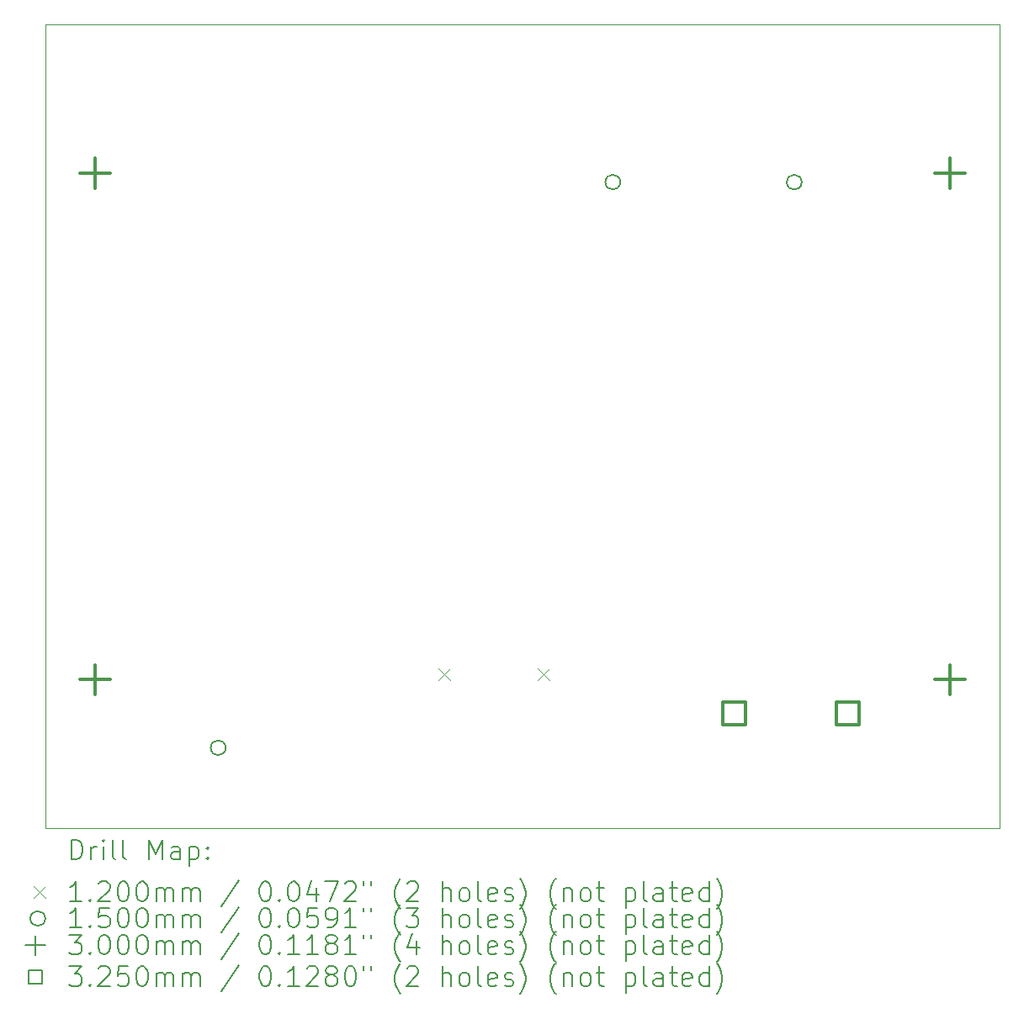
<source format=gbr>
%TF.GenerationSoftware,KiCad,Pcbnew,8.0.9*%
%TF.CreationDate,2025-05-18T21:42:01+02:00*%
%TF.ProjectId,sensor-hub,73656e73-6f72-42d6-9875-622e6b696361,rev?*%
%TF.SameCoordinates,Original*%
%TF.FileFunction,Drillmap*%
%TF.FilePolarity,Positive*%
%FSLAX45Y45*%
G04 Gerber Fmt 4.5, Leading zero omitted, Abs format (unit mm)*
G04 Created by KiCad (PCBNEW 8.0.9) date 2025-05-18 21:42:01*
%MOMM*%
%LPD*%
G01*
G04 APERTURE LIST*
%ADD10C,0.050000*%
%ADD11C,0.200000*%
%ADD12C,0.120000*%
%ADD13C,0.150000*%
%ADD14C,0.300000*%
%ADD15C,0.325000*%
G04 APERTURE END LIST*
D10*
X4500000Y-5900000D02*
X14100000Y-5900000D01*
X14100000Y-14000000D01*
X4500000Y-14000000D01*
X4500000Y-5900000D01*
D11*
D12*
X8452500Y-12390000D02*
X8572500Y-12510000D01*
X8572500Y-12390000D02*
X8452500Y-12510000D01*
X9452500Y-12390000D02*
X9572500Y-12510000D01*
X9572500Y-12390000D02*
X9452500Y-12510000D01*
D13*
X6312500Y-13187500D02*
G75*
G02*
X6162500Y-13187500I-75000J0D01*
G01*
X6162500Y-13187500D02*
G75*
G02*
X6312500Y-13187500I75000J0D01*
G01*
X10283500Y-7491000D02*
G75*
G02*
X10133500Y-7491000I-75000J0D01*
G01*
X10133500Y-7491000D02*
G75*
G02*
X10283500Y-7491000I75000J0D01*
G01*
X12109000Y-7492250D02*
G75*
G02*
X11959000Y-7492250I-75000J0D01*
G01*
X11959000Y-7492250D02*
G75*
G02*
X12109000Y-7492250I75000J0D01*
G01*
D14*
X5000000Y-7250000D02*
X5000000Y-7550000D01*
X4850000Y-7400000D02*
X5150000Y-7400000D01*
X5000000Y-12350000D02*
X5000000Y-12650000D01*
X4850000Y-12500000D02*
X5150000Y-12500000D01*
X13600000Y-7250000D02*
X13600000Y-7550000D01*
X13450000Y-7400000D02*
X13750000Y-7400000D01*
X13600000Y-12350000D02*
X13600000Y-12650000D01*
X13450000Y-12500000D02*
X13750000Y-12500000D01*
D15*
X11543406Y-12953906D02*
X11543406Y-12724094D01*
X11313594Y-12724094D01*
X11313594Y-12953906D01*
X11543406Y-12953906D01*
X12686406Y-12953906D02*
X12686406Y-12724094D01*
X12456594Y-12724094D01*
X12456594Y-12953906D01*
X12686406Y-12953906D01*
D11*
X4758277Y-14313984D02*
X4758277Y-14113984D01*
X4758277Y-14113984D02*
X4805896Y-14113984D01*
X4805896Y-14113984D02*
X4834467Y-14123508D01*
X4834467Y-14123508D02*
X4853515Y-14142555D01*
X4853515Y-14142555D02*
X4863039Y-14161603D01*
X4863039Y-14161603D02*
X4872563Y-14199698D01*
X4872563Y-14199698D02*
X4872563Y-14228269D01*
X4872563Y-14228269D02*
X4863039Y-14266365D01*
X4863039Y-14266365D02*
X4853515Y-14285412D01*
X4853515Y-14285412D02*
X4834467Y-14304460D01*
X4834467Y-14304460D02*
X4805896Y-14313984D01*
X4805896Y-14313984D02*
X4758277Y-14313984D01*
X4958277Y-14313984D02*
X4958277Y-14180650D01*
X4958277Y-14218746D02*
X4967801Y-14199698D01*
X4967801Y-14199698D02*
X4977324Y-14190174D01*
X4977324Y-14190174D02*
X4996372Y-14180650D01*
X4996372Y-14180650D02*
X5015420Y-14180650D01*
X5082086Y-14313984D02*
X5082086Y-14180650D01*
X5082086Y-14113984D02*
X5072563Y-14123508D01*
X5072563Y-14123508D02*
X5082086Y-14133031D01*
X5082086Y-14133031D02*
X5091610Y-14123508D01*
X5091610Y-14123508D02*
X5082086Y-14113984D01*
X5082086Y-14113984D02*
X5082086Y-14133031D01*
X5205896Y-14313984D02*
X5186848Y-14304460D01*
X5186848Y-14304460D02*
X5177324Y-14285412D01*
X5177324Y-14285412D02*
X5177324Y-14113984D01*
X5310658Y-14313984D02*
X5291610Y-14304460D01*
X5291610Y-14304460D02*
X5282086Y-14285412D01*
X5282086Y-14285412D02*
X5282086Y-14113984D01*
X5539229Y-14313984D02*
X5539229Y-14113984D01*
X5539229Y-14113984D02*
X5605896Y-14256841D01*
X5605896Y-14256841D02*
X5672562Y-14113984D01*
X5672562Y-14113984D02*
X5672562Y-14313984D01*
X5853515Y-14313984D02*
X5853515Y-14209222D01*
X5853515Y-14209222D02*
X5843991Y-14190174D01*
X5843991Y-14190174D02*
X5824943Y-14180650D01*
X5824943Y-14180650D02*
X5786848Y-14180650D01*
X5786848Y-14180650D02*
X5767801Y-14190174D01*
X5853515Y-14304460D02*
X5834467Y-14313984D01*
X5834467Y-14313984D02*
X5786848Y-14313984D01*
X5786848Y-14313984D02*
X5767801Y-14304460D01*
X5767801Y-14304460D02*
X5758277Y-14285412D01*
X5758277Y-14285412D02*
X5758277Y-14266365D01*
X5758277Y-14266365D02*
X5767801Y-14247317D01*
X5767801Y-14247317D02*
X5786848Y-14237793D01*
X5786848Y-14237793D02*
X5834467Y-14237793D01*
X5834467Y-14237793D02*
X5853515Y-14228269D01*
X5948753Y-14180650D02*
X5948753Y-14380650D01*
X5948753Y-14190174D02*
X5967801Y-14180650D01*
X5967801Y-14180650D02*
X6005896Y-14180650D01*
X6005896Y-14180650D02*
X6024943Y-14190174D01*
X6024943Y-14190174D02*
X6034467Y-14199698D01*
X6034467Y-14199698D02*
X6043991Y-14218746D01*
X6043991Y-14218746D02*
X6043991Y-14275888D01*
X6043991Y-14275888D02*
X6034467Y-14294936D01*
X6034467Y-14294936D02*
X6024943Y-14304460D01*
X6024943Y-14304460D02*
X6005896Y-14313984D01*
X6005896Y-14313984D02*
X5967801Y-14313984D01*
X5967801Y-14313984D02*
X5948753Y-14304460D01*
X6129705Y-14294936D02*
X6139229Y-14304460D01*
X6139229Y-14304460D02*
X6129705Y-14313984D01*
X6129705Y-14313984D02*
X6120182Y-14304460D01*
X6120182Y-14304460D02*
X6129705Y-14294936D01*
X6129705Y-14294936D02*
X6129705Y-14313984D01*
X6129705Y-14190174D02*
X6139229Y-14199698D01*
X6139229Y-14199698D02*
X6129705Y-14209222D01*
X6129705Y-14209222D02*
X6120182Y-14199698D01*
X6120182Y-14199698D02*
X6129705Y-14190174D01*
X6129705Y-14190174D02*
X6129705Y-14209222D01*
D12*
X4377500Y-14582500D02*
X4497500Y-14702500D01*
X4497500Y-14582500D02*
X4377500Y-14702500D01*
D11*
X4863039Y-14733984D02*
X4748753Y-14733984D01*
X4805896Y-14733984D02*
X4805896Y-14533984D01*
X4805896Y-14533984D02*
X4786848Y-14562555D01*
X4786848Y-14562555D02*
X4767801Y-14581603D01*
X4767801Y-14581603D02*
X4748753Y-14591127D01*
X4948753Y-14714936D02*
X4958277Y-14724460D01*
X4958277Y-14724460D02*
X4948753Y-14733984D01*
X4948753Y-14733984D02*
X4939229Y-14724460D01*
X4939229Y-14724460D02*
X4948753Y-14714936D01*
X4948753Y-14714936D02*
X4948753Y-14733984D01*
X5034467Y-14553031D02*
X5043991Y-14543508D01*
X5043991Y-14543508D02*
X5063039Y-14533984D01*
X5063039Y-14533984D02*
X5110658Y-14533984D01*
X5110658Y-14533984D02*
X5129705Y-14543508D01*
X5129705Y-14543508D02*
X5139229Y-14553031D01*
X5139229Y-14553031D02*
X5148753Y-14572079D01*
X5148753Y-14572079D02*
X5148753Y-14591127D01*
X5148753Y-14591127D02*
X5139229Y-14619698D01*
X5139229Y-14619698D02*
X5024944Y-14733984D01*
X5024944Y-14733984D02*
X5148753Y-14733984D01*
X5272563Y-14533984D02*
X5291610Y-14533984D01*
X5291610Y-14533984D02*
X5310658Y-14543508D01*
X5310658Y-14543508D02*
X5320182Y-14553031D01*
X5320182Y-14553031D02*
X5329705Y-14572079D01*
X5329705Y-14572079D02*
X5339229Y-14610174D01*
X5339229Y-14610174D02*
X5339229Y-14657793D01*
X5339229Y-14657793D02*
X5329705Y-14695888D01*
X5329705Y-14695888D02*
X5320182Y-14714936D01*
X5320182Y-14714936D02*
X5310658Y-14724460D01*
X5310658Y-14724460D02*
X5291610Y-14733984D01*
X5291610Y-14733984D02*
X5272563Y-14733984D01*
X5272563Y-14733984D02*
X5253515Y-14724460D01*
X5253515Y-14724460D02*
X5243991Y-14714936D01*
X5243991Y-14714936D02*
X5234467Y-14695888D01*
X5234467Y-14695888D02*
X5224944Y-14657793D01*
X5224944Y-14657793D02*
X5224944Y-14610174D01*
X5224944Y-14610174D02*
X5234467Y-14572079D01*
X5234467Y-14572079D02*
X5243991Y-14553031D01*
X5243991Y-14553031D02*
X5253515Y-14543508D01*
X5253515Y-14543508D02*
X5272563Y-14533984D01*
X5463039Y-14533984D02*
X5482086Y-14533984D01*
X5482086Y-14533984D02*
X5501134Y-14543508D01*
X5501134Y-14543508D02*
X5510658Y-14553031D01*
X5510658Y-14553031D02*
X5520182Y-14572079D01*
X5520182Y-14572079D02*
X5529705Y-14610174D01*
X5529705Y-14610174D02*
X5529705Y-14657793D01*
X5529705Y-14657793D02*
X5520182Y-14695888D01*
X5520182Y-14695888D02*
X5510658Y-14714936D01*
X5510658Y-14714936D02*
X5501134Y-14724460D01*
X5501134Y-14724460D02*
X5482086Y-14733984D01*
X5482086Y-14733984D02*
X5463039Y-14733984D01*
X5463039Y-14733984D02*
X5443991Y-14724460D01*
X5443991Y-14724460D02*
X5434467Y-14714936D01*
X5434467Y-14714936D02*
X5424944Y-14695888D01*
X5424944Y-14695888D02*
X5415420Y-14657793D01*
X5415420Y-14657793D02*
X5415420Y-14610174D01*
X5415420Y-14610174D02*
X5424944Y-14572079D01*
X5424944Y-14572079D02*
X5434467Y-14553031D01*
X5434467Y-14553031D02*
X5443991Y-14543508D01*
X5443991Y-14543508D02*
X5463039Y-14533984D01*
X5615420Y-14733984D02*
X5615420Y-14600650D01*
X5615420Y-14619698D02*
X5624943Y-14610174D01*
X5624943Y-14610174D02*
X5643991Y-14600650D01*
X5643991Y-14600650D02*
X5672563Y-14600650D01*
X5672563Y-14600650D02*
X5691610Y-14610174D01*
X5691610Y-14610174D02*
X5701134Y-14629222D01*
X5701134Y-14629222D02*
X5701134Y-14733984D01*
X5701134Y-14629222D02*
X5710658Y-14610174D01*
X5710658Y-14610174D02*
X5729705Y-14600650D01*
X5729705Y-14600650D02*
X5758277Y-14600650D01*
X5758277Y-14600650D02*
X5777324Y-14610174D01*
X5777324Y-14610174D02*
X5786848Y-14629222D01*
X5786848Y-14629222D02*
X5786848Y-14733984D01*
X5882086Y-14733984D02*
X5882086Y-14600650D01*
X5882086Y-14619698D02*
X5891610Y-14610174D01*
X5891610Y-14610174D02*
X5910658Y-14600650D01*
X5910658Y-14600650D02*
X5939229Y-14600650D01*
X5939229Y-14600650D02*
X5958277Y-14610174D01*
X5958277Y-14610174D02*
X5967801Y-14629222D01*
X5967801Y-14629222D02*
X5967801Y-14733984D01*
X5967801Y-14629222D02*
X5977324Y-14610174D01*
X5977324Y-14610174D02*
X5996372Y-14600650D01*
X5996372Y-14600650D02*
X6024943Y-14600650D01*
X6024943Y-14600650D02*
X6043991Y-14610174D01*
X6043991Y-14610174D02*
X6053515Y-14629222D01*
X6053515Y-14629222D02*
X6053515Y-14733984D01*
X6443991Y-14524460D02*
X6272563Y-14781603D01*
X6701134Y-14533984D02*
X6720182Y-14533984D01*
X6720182Y-14533984D02*
X6739229Y-14543508D01*
X6739229Y-14543508D02*
X6748753Y-14553031D01*
X6748753Y-14553031D02*
X6758277Y-14572079D01*
X6758277Y-14572079D02*
X6767801Y-14610174D01*
X6767801Y-14610174D02*
X6767801Y-14657793D01*
X6767801Y-14657793D02*
X6758277Y-14695888D01*
X6758277Y-14695888D02*
X6748753Y-14714936D01*
X6748753Y-14714936D02*
X6739229Y-14724460D01*
X6739229Y-14724460D02*
X6720182Y-14733984D01*
X6720182Y-14733984D02*
X6701134Y-14733984D01*
X6701134Y-14733984D02*
X6682086Y-14724460D01*
X6682086Y-14724460D02*
X6672563Y-14714936D01*
X6672563Y-14714936D02*
X6663039Y-14695888D01*
X6663039Y-14695888D02*
X6653515Y-14657793D01*
X6653515Y-14657793D02*
X6653515Y-14610174D01*
X6653515Y-14610174D02*
X6663039Y-14572079D01*
X6663039Y-14572079D02*
X6672563Y-14553031D01*
X6672563Y-14553031D02*
X6682086Y-14543508D01*
X6682086Y-14543508D02*
X6701134Y-14533984D01*
X6853515Y-14714936D02*
X6863039Y-14724460D01*
X6863039Y-14724460D02*
X6853515Y-14733984D01*
X6853515Y-14733984D02*
X6843991Y-14724460D01*
X6843991Y-14724460D02*
X6853515Y-14714936D01*
X6853515Y-14714936D02*
X6853515Y-14733984D01*
X6986848Y-14533984D02*
X7005896Y-14533984D01*
X7005896Y-14533984D02*
X7024944Y-14543508D01*
X7024944Y-14543508D02*
X7034467Y-14553031D01*
X7034467Y-14553031D02*
X7043991Y-14572079D01*
X7043991Y-14572079D02*
X7053515Y-14610174D01*
X7053515Y-14610174D02*
X7053515Y-14657793D01*
X7053515Y-14657793D02*
X7043991Y-14695888D01*
X7043991Y-14695888D02*
X7034467Y-14714936D01*
X7034467Y-14714936D02*
X7024944Y-14724460D01*
X7024944Y-14724460D02*
X7005896Y-14733984D01*
X7005896Y-14733984D02*
X6986848Y-14733984D01*
X6986848Y-14733984D02*
X6967801Y-14724460D01*
X6967801Y-14724460D02*
X6958277Y-14714936D01*
X6958277Y-14714936D02*
X6948753Y-14695888D01*
X6948753Y-14695888D02*
X6939229Y-14657793D01*
X6939229Y-14657793D02*
X6939229Y-14610174D01*
X6939229Y-14610174D02*
X6948753Y-14572079D01*
X6948753Y-14572079D02*
X6958277Y-14553031D01*
X6958277Y-14553031D02*
X6967801Y-14543508D01*
X6967801Y-14543508D02*
X6986848Y-14533984D01*
X7224944Y-14600650D02*
X7224944Y-14733984D01*
X7177325Y-14524460D02*
X7129706Y-14667317D01*
X7129706Y-14667317D02*
X7253515Y-14667317D01*
X7310658Y-14533984D02*
X7443991Y-14533984D01*
X7443991Y-14533984D02*
X7358277Y-14733984D01*
X7510658Y-14553031D02*
X7520182Y-14543508D01*
X7520182Y-14543508D02*
X7539229Y-14533984D01*
X7539229Y-14533984D02*
X7586848Y-14533984D01*
X7586848Y-14533984D02*
X7605896Y-14543508D01*
X7605896Y-14543508D02*
X7615420Y-14553031D01*
X7615420Y-14553031D02*
X7624944Y-14572079D01*
X7624944Y-14572079D02*
X7624944Y-14591127D01*
X7624944Y-14591127D02*
X7615420Y-14619698D01*
X7615420Y-14619698D02*
X7501134Y-14733984D01*
X7501134Y-14733984D02*
X7624944Y-14733984D01*
X7701134Y-14533984D02*
X7701134Y-14572079D01*
X7777325Y-14533984D02*
X7777325Y-14572079D01*
X8072563Y-14810174D02*
X8063039Y-14800650D01*
X8063039Y-14800650D02*
X8043991Y-14772079D01*
X8043991Y-14772079D02*
X8034468Y-14753031D01*
X8034468Y-14753031D02*
X8024944Y-14724460D01*
X8024944Y-14724460D02*
X8015420Y-14676841D01*
X8015420Y-14676841D02*
X8015420Y-14638746D01*
X8015420Y-14638746D02*
X8024944Y-14591127D01*
X8024944Y-14591127D02*
X8034468Y-14562555D01*
X8034468Y-14562555D02*
X8043991Y-14543508D01*
X8043991Y-14543508D02*
X8063039Y-14514936D01*
X8063039Y-14514936D02*
X8072563Y-14505412D01*
X8139229Y-14553031D02*
X8148753Y-14543508D01*
X8148753Y-14543508D02*
X8167801Y-14533984D01*
X8167801Y-14533984D02*
X8215420Y-14533984D01*
X8215420Y-14533984D02*
X8234468Y-14543508D01*
X8234468Y-14543508D02*
X8243991Y-14553031D01*
X8243991Y-14553031D02*
X8253515Y-14572079D01*
X8253515Y-14572079D02*
X8253515Y-14591127D01*
X8253515Y-14591127D02*
X8243991Y-14619698D01*
X8243991Y-14619698D02*
X8129706Y-14733984D01*
X8129706Y-14733984D02*
X8253515Y-14733984D01*
X8491611Y-14733984D02*
X8491611Y-14533984D01*
X8577325Y-14733984D02*
X8577325Y-14629222D01*
X8577325Y-14629222D02*
X8567801Y-14610174D01*
X8567801Y-14610174D02*
X8548753Y-14600650D01*
X8548753Y-14600650D02*
X8520182Y-14600650D01*
X8520182Y-14600650D02*
X8501134Y-14610174D01*
X8501134Y-14610174D02*
X8491611Y-14619698D01*
X8701134Y-14733984D02*
X8682087Y-14724460D01*
X8682087Y-14724460D02*
X8672563Y-14714936D01*
X8672563Y-14714936D02*
X8663039Y-14695888D01*
X8663039Y-14695888D02*
X8663039Y-14638746D01*
X8663039Y-14638746D02*
X8672563Y-14619698D01*
X8672563Y-14619698D02*
X8682087Y-14610174D01*
X8682087Y-14610174D02*
X8701134Y-14600650D01*
X8701134Y-14600650D02*
X8729706Y-14600650D01*
X8729706Y-14600650D02*
X8748753Y-14610174D01*
X8748753Y-14610174D02*
X8758277Y-14619698D01*
X8758277Y-14619698D02*
X8767801Y-14638746D01*
X8767801Y-14638746D02*
X8767801Y-14695888D01*
X8767801Y-14695888D02*
X8758277Y-14714936D01*
X8758277Y-14714936D02*
X8748753Y-14724460D01*
X8748753Y-14724460D02*
X8729706Y-14733984D01*
X8729706Y-14733984D02*
X8701134Y-14733984D01*
X8882087Y-14733984D02*
X8863039Y-14724460D01*
X8863039Y-14724460D02*
X8853515Y-14705412D01*
X8853515Y-14705412D02*
X8853515Y-14533984D01*
X9034468Y-14724460D02*
X9015420Y-14733984D01*
X9015420Y-14733984D02*
X8977325Y-14733984D01*
X8977325Y-14733984D02*
X8958277Y-14724460D01*
X8958277Y-14724460D02*
X8948753Y-14705412D01*
X8948753Y-14705412D02*
X8948753Y-14629222D01*
X8948753Y-14629222D02*
X8958277Y-14610174D01*
X8958277Y-14610174D02*
X8977325Y-14600650D01*
X8977325Y-14600650D02*
X9015420Y-14600650D01*
X9015420Y-14600650D02*
X9034468Y-14610174D01*
X9034468Y-14610174D02*
X9043992Y-14629222D01*
X9043992Y-14629222D02*
X9043992Y-14648269D01*
X9043992Y-14648269D02*
X8948753Y-14667317D01*
X9120182Y-14724460D02*
X9139230Y-14733984D01*
X9139230Y-14733984D02*
X9177325Y-14733984D01*
X9177325Y-14733984D02*
X9196373Y-14724460D01*
X9196373Y-14724460D02*
X9205896Y-14705412D01*
X9205896Y-14705412D02*
X9205896Y-14695888D01*
X9205896Y-14695888D02*
X9196373Y-14676841D01*
X9196373Y-14676841D02*
X9177325Y-14667317D01*
X9177325Y-14667317D02*
X9148753Y-14667317D01*
X9148753Y-14667317D02*
X9129706Y-14657793D01*
X9129706Y-14657793D02*
X9120182Y-14638746D01*
X9120182Y-14638746D02*
X9120182Y-14629222D01*
X9120182Y-14629222D02*
X9129706Y-14610174D01*
X9129706Y-14610174D02*
X9148753Y-14600650D01*
X9148753Y-14600650D02*
X9177325Y-14600650D01*
X9177325Y-14600650D02*
X9196373Y-14610174D01*
X9272563Y-14810174D02*
X9282087Y-14800650D01*
X9282087Y-14800650D02*
X9301134Y-14772079D01*
X9301134Y-14772079D02*
X9310658Y-14753031D01*
X9310658Y-14753031D02*
X9320182Y-14724460D01*
X9320182Y-14724460D02*
X9329706Y-14676841D01*
X9329706Y-14676841D02*
X9329706Y-14638746D01*
X9329706Y-14638746D02*
X9320182Y-14591127D01*
X9320182Y-14591127D02*
X9310658Y-14562555D01*
X9310658Y-14562555D02*
X9301134Y-14543508D01*
X9301134Y-14543508D02*
X9282087Y-14514936D01*
X9282087Y-14514936D02*
X9272563Y-14505412D01*
X9634468Y-14810174D02*
X9624944Y-14800650D01*
X9624944Y-14800650D02*
X9605896Y-14772079D01*
X9605896Y-14772079D02*
X9596373Y-14753031D01*
X9596373Y-14753031D02*
X9586849Y-14724460D01*
X9586849Y-14724460D02*
X9577325Y-14676841D01*
X9577325Y-14676841D02*
X9577325Y-14638746D01*
X9577325Y-14638746D02*
X9586849Y-14591127D01*
X9586849Y-14591127D02*
X9596373Y-14562555D01*
X9596373Y-14562555D02*
X9605896Y-14543508D01*
X9605896Y-14543508D02*
X9624944Y-14514936D01*
X9624944Y-14514936D02*
X9634468Y-14505412D01*
X9710658Y-14600650D02*
X9710658Y-14733984D01*
X9710658Y-14619698D02*
X9720182Y-14610174D01*
X9720182Y-14610174D02*
X9739230Y-14600650D01*
X9739230Y-14600650D02*
X9767801Y-14600650D01*
X9767801Y-14600650D02*
X9786849Y-14610174D01*
X9786849Y-14610174D02*
X9796373Y-14629222D01*
X9796373Y-14629222D02*
X9796373Y-14733984D01*
X9920182Y-14733984D02*
X9901134Y-14724460D01*
X9901134Y-14724460D02*
X9891611Y-14714936D01*
X9891611Y-14714936D02*
X9882087Y-14695888D01*
X9882087Y-14695888D02*
X9882087Y-14638746D01*
X9882087Y-14638746D02*
X9891611Y-14619698D01*
X9891611Y-14619698D02*
X9901134Y-14610174D01*
X9901134Y-14610174D02*
X9920182Y-14600650D01*
X9920182Y-14600650D02*
X9948754Y-14600650D01*
X9948754Y-14600650D02*
X9967801Y-14610174D01*
X9967801Y-14610174D02*
X9977325Y-14619698D01*
X9977325Y-14619698D02*
X9986849Y-14638746D01*
X9986849Y-14638746D02*
X9986849Y-14695888D01*
X9986849Y-14695888D02*
X9977325Y-14714936D01*
X9977325Y-14714936D02*
X9967801Y-14724460D01*
X9967801Y-14724460D02*
X9948754Y-14733984D01*
X9948754Y-14733984D02*
X9920182Y-14733984D01*
X10043992Y-14600650D02*
X10120182Y-14600650D01*
X10072563Y-14533984D02*
X10072563Y-14705412D01*
X10072563Y-14705412D02*
X10082087Y-14724460D01*
X10082087Y-14724460D02*
X10101134Y-14733984D01*
X10101134Y-14733984D02*
X10120182Y-14733984D01*
X10339230Y-14600650D02*
X10339230Y-14800650D01*
X10339230Y-14610174D02*
X10358277Y-14600650D01*
X10358277Y-14600650D02*
X10396373Y-14600650D01*
X10396373Y-14600650D02*
X10415420Y-14610174D01*
X10415420Y-14610174D02*
X10424944Y-14619698D01*
X10424944Y-14619698D02*
X10434468Y-14638746D01*
X10434468Y-14638746D02*
X10434468Y-14695888D01*
X10434468Y-14695888D02*
X10424944Y-14714936D01*
X10424944Y-14714936D02*
X10415420Y-14724460D01*
X10415420Y-14724460D02*
X10396373Y-14733984D01*
X10396373Y-14733984D02*
X10358277Y-14733984D01*
X10358277Y-14733984D02*
X10339230Y-14724460D01*
X10548754Y-14733984D02*
X10529706Y-14724460D01*
X10529706Y-14724460D02*
X10520182Y-14705412D01*
X10520182Y-14705412D02*
X10520182Y-14533984D01*
X10710658Y-14733984D02*
X10710658Y-14629222D01*
X10710658Y-14629222D02*
X10701135Y-14610174D01*
X10701135Y-14610174D02*
X10682087Y-14600650D01*
X10682087Y-14600650D02*
X10643992Y-14600650D01*
X10643992Y-14600650D02*
X10624944Y-14610174D01*
X10710658Y-14724460D02*
X10691611Y-14733984D01*
X10691611Y-14733984D02*
X10643992Y-14733984D01*
X10643992Y-14733984D02*
X10624944Y-14724460D01*
X10624944Y-14724460D02*
X10615420Y-14705412D01*
X10615420Y-14705412D02*
X10615420Y-14686365D01*
X10615420Y-14686365D02*
X10624944Y-14667317D01*
X10624944Y-14667317D02*
X10643992Y-14657793D01*
X10643992Y-14657793D02*
X10691611Y-14657793D01*
X10691611Y-14657793D02*
X10710658Y-14648269D01*
X10777325Y-14600650D02*
X10853515Y-14600650D01*
X10805896Y-14533984D02*
X10805896Y-14705412D01*
X10805896Y-14705412D02*
X10815420Y-14724460D01*
X10815420Y-14724460D02*
X10834468Y-14733984D01*
X10834468Y-14733984D02*
X10853515Y-14733984D01*
X10996373Y-14724460D02*
X10977325Y-14733984D01*
X10977325Y-14733984D02*
X10939230Y-14733984D01*
X10939230Y-14733984D02*
X10920182Y-14724460D01*
X10920182Y-14724460D02*
X10910658Y-14705412D01*
X10910658Y-14705412D02*
X10910658Y-14629222D01*
X10910658Y-14629222D02*
X10920182Y-14610174D01*
X10920182Y-14610174D02*
X10939230Y-14600650D01*
X10939230Y-14600650D02*
X10977325Y-14600650D01*
X10977325Y-14600650D02*
X10996373Y-14610174D01*
X10996373Y-14610174D02*
X11005896Y-14629222D01*
X11005896Y-14629222D02*
X11005896Y-14648269D01*
X11005896Y-14648269D02*
X10910658Y-14667317D01*
X11177325Y-14733984D02*
X11177325Y-14533984D01*
X11177325Y-14724460D02*
X11158277Y-14733984D01*
X11158277Y-14733984D02*
X11120182Y-14733984D01*
X11120182Y-14733984D02*
X11101135Y-14724460D01*
X11101135Y-14724460D02*
X11091611Y-14714936D01*
X11091611Y-14714936D02*
X11082087Y-14695888D01*
X11082087Y-14695888D02*
X11082087Y-14638746D01*
X11082087Y-14638746D02*
X11091611Y-14619698D01*
X11091611Y-14619698D02*
X11101135Y-14610174D01*
X11101135Y-14610174D02*
X11120182Y-14600650D01*
X11120182Y-14600650D02*
X11158277Y-14600650D01*
X11158277Y-14600650D02*
X11177325Y-14610174D01*
X11253515Y-14810174D02*
X11263039Y-14800650D01*
X11263039Y-14800650D02*
X11282087Y-14772079D01*
X11282087Y-14772079D02*
X11291611Y-14753031D01*
X11291611Y-14753031D02*
X11301134Y-14724460D01*
X11301134Y-14724460D02*
X11310658Y-14676841D01*
X11310658Y-14676841D02*
X11310658Y-14638746D01*
X11310658Y-14638746D02*
X11301134Y-14591127D01*
X11301134Y-14591127D02*
X11291611Y-14562555D01*
X11291611Y-14562555D02*
X11282087Y-14543508D01*
X11282087Y-14543508D02*
X11263039Y-14514936D01*
X11263039Y-14514936D02*
X11253515Y-14505412D01*
D13*
X4497500Y-14906500D02*
G75*
G02*
X4347500Y-14906500I-75000J0D01*
G01*
X4347500Y-14906500D02*
G75*
G02*
X4497500Y-14906500I75000J0D01*
G01*
D11*
X4863039Y-14997984D02*
X4748753Y-14997984D01*
X4805896Y-14997984D02*
X4805896Y-14797984D01*
X4805896Y-14797984D02*
X4786848Y-14826555D01*
X4786848Y-14826555D02*
X4767801Y-14845603D01*
X4767801Y-14845603D02*
X4748753Y-14855127D01*
X4948753Y-14978936D02*
X4958277Y-14988460D01*
X4958277Y-14988460D02*
X4948753Y-14997984D01*
X4948753Y-14997984D02*
X4939229Y-14988460D01*
X4939229Y-14988460D02*
X4948753Y-14978936D01*
X4948753Y-14978936D02*
X4948753Y-14997984D01*
X5139229Y-14797984D02*
X5043991Y-14797984D01*
X5043991Y-14797984D02*
X5034467Y-14893222D01*
X5034467Y-14893222D02*
X5043991Y-14883698D01*
X5043991Y-14883698D02*
X5063039Y-14874174D01*
X5063039Y-14874174D02*
X5110658Y-14874174D01*
X5110658Y-14874174D02*
X5129705Y-14883698D01*
X5129705Y-14883698D02*
X5139229Y-14893222D01*
X5139229Y-14893222D02*
X5148753Y-14912269D01*
X5148753Y-14912269D02*
X5148753Y-14959888D01*
X5148753Y-14959888D02*
X5139229Y-14978936D01*
X5139229Y-14978936D02*
X5129705Y-14988460D01*
X5129705Y-14988460D02*
X5110658Y-14997984D01*
X5110658Y-14997984D02*
X5063039Y-14997984D01*
X5063039Y-14997984D02*
X5043991Y-14988460D01*
X5043991Y-14988460D02*
X5034467Y-14978936D01*
X5272563Y-14797984D02*
X5291610Y-14797984D01*
X5291610Y-14797984D02*
X5310658Y-14807508D01*
X5310658Y-14807508D02*
X5320182Y-14817031D01*
X5320182Y-14817031D02*
X5329705Y-14836079D01*
X5329705Y-14836079D02*
X5339229Y-14874174D01*
X5339229Y-14874174D02*
X5339229Y-14921793D01*
X5339229Y-14921793D02*
X5329705Y-14959888D01*
X5329705Y-14959888D02*
X5320182Y-14978936D01*
X5320182Y-14978936D02*
X5310658Y-14988460D01*
X5310658Y-14988460D02*
X5291610Y-14997984D01*
X5291610Y-14997984D02*
X5272563Y-14997984D01*
X5272563Y-14997984D02*
X5253515Y-14988460D01*
X5253515Y-14988460D02*
X5243991Y-14978936D01*
X5243991Y-14978936D02*
X5234467Y-14959888D01*
X5234467Y-14959888D02*
X5224944Y-14921793D01*
X5224944Y-14921793D02*
X5224944Y-14874174D01*
X5224944Y-14874174D02*
X5234467Y-14836079D01*
X5234467Y-14836079D02*
X5243991Y-14817031D01*
X5243991Y-14817031D02*
X5253515Y-14807508D01*
X5253515Y-14807508D02*
X5272563Y-14797984D01*
X5463039Y-14797984D02*
X5482086Y-14797984D01*
X5482086Y-14797984D02*
X5501134Y-14807508D01*
X5501134Y-14807508D02*
X5510658Y-14817031D01*
X5510658Y-14817031D02*
X5520182Y-14836079D01*
X5520182Y-14836079D02*
X5529705Y-14874174D01*
X5529705Y-14874174D02*
X5529705Y-14921793D01*
X5529705Y-14921793D02*
X5520182Y-14959888D01*
X5520182Y-14959888D02*
X5510658Y-14978936D01*
X5510658Y-14978936D02*
X5501134Y-14988460D01*
X5501134Y-14988460D02*
X5482086Y-14997984D01*
X5482086Y-14997984D02*
X5463039Y-14997984D01*
X5463039Y-14997984D02*
X5443991Y-14988460D01*
X5443991Y-14988460D02*
X5434467Y-14978936D01*
X5434467Y-14978936D02*
X5424944Y-14959888D01*
X5424944Y-14959888D02*
X5415420Y-14921793D01*
X5415420Y-14921793D02*
X5415420Y-14874174D01*
X5415420Y-14874174D02*
X5424944Y-14836079D01*
X5424944Y-14836079D02*
X5434467Y-14817031D01*
X5434467Y-14817031D02*
X5443991Y-14807508D01*
X5443991Y-14807508D02*
X5463039Y-14797984D01*
X5615420Y-14997984D02*
X5615420Y-14864650D01*
X5615420Y-14883698D02*
X5624943Y-14874174D01*
X5624943Y-14874174D02*
X5643991Y-14864650D01*
X5643991Y-14864650D02*
X5672563Y-14864650D01*
X5672563Y-14864650D02*
X5691610Y-14874174D01*
X5691610Y-14874174D02*
X5701134Y-14893222D01*
X5701134Y-14893222D02*
X5701134Y-14997984D01*
X5701134Y-14893222D02*
X5710658Y-14874174D01*
X5710658Y-14874174D02*
X5729705Y-14864650D01*
X5729705Y-14864650D02*
X5758277Y-14864650D01*
X5758277Y-14864650D02*
X5777324Y-14874174D01*
X5777324Y-14874174D02*
X5786848Y-14893222D01*
X5786848Y-14893222D02*
X5786848Y-14997984D01*
X5882086Y-14997984D02*
X5882086Y-14864650D01*
X5882086Y-14883698D02*
X5891610Y-14874174D01*
X5891610Y-14874174D02*
X5910658Y-14864650D01*
X5910658Y-14864650D02*
X5939229Y-14864650D01*
X5939229Y-14864650D02*
X5958277Y-14874174D01*
X5958277Y-14874174D02*
X5967801Y-14893222D01*
X5967801Y-14893222D02*
X5967801Y-14997984D01*
X5967801Y-14893222D02*
X5977324Y-14874174D01*
X5977324Y-14874174D02*
X5996372Y-14864650D01*
X5996372Y-14864650D02*
X6024943Y-14864650D01*
X6024943Y-14864650D02*
X6043991Y-14874174D01*
X6043991Y-14874174D02*
X6053515Y-14893222D01*
X6053515Y-14893222D02*
X6053515Y-14997984D01*
X6443991Y-14788460D02*
X6272563Y-15045603D01*
X6701134Y-14797984D02*
X6720182Y-14797984D01*
X6720182Y-14797984D02*
X6739229Y-14807508D01*
X6739229Y-14807508D02*
X6748753Y-14817031D01*
X6748753Y-14817031D02*
X6758277Y-14836079D01*
X6758277Y-14836079D02*
X6767801Y-14874174D01*
X6767801Y-14874174D02*
X6767801Y-14921793D01*
X6767801Y-14921793D02*
X6758277Y-14959888D01*
X6758277Y-14959888D02*
X6748753Y-14978936D01*
X6748753Y-14978936D02*
X6739229Y-14988460D01*
X6739229Y-14988460D02*
X6720182Y-14997984D01*
X6720182Y-14997984D02*
X6701134Y-14997984D01*
X6701134Y-14997984D02*
X6682086Y-14988460D01*
X6682086Y-14988460D02*
X6672563Y-14978936D01*
X6672563Y-14978936D02*
X6663039Y-14959888D01*
X6663039Y-14959888D02*
X6653515Y-14921793D01*
X6653515Y-14921793D02*
X6653515Y-14874174D01*
X6653515Y-14874174D02*
X6663039Y-14836079D01*
X6663039Y-14836079D02*
X6672563Y-14817031D01*
X6672563Y-14817031D02*
X6682086Y-14807508D01*
X6682086Y-14807508D02*
X6701134Y-14797984D01*
X6853515Y-14978936D02*
X6863039Y-14988460D01*
X6863039Y-14988460D02*
X6853515Y-14997984D01*
X6853515Y-14997984D02*
X6843991Y-14988460D01*
X6843991Y-14988460D02*
X6853515Y-14978936D01*
X6853515Y-14978936D02*
X6853515Y-14997984D01*
X6986848Y-14797984D02*
X7005896Y-14797984D01*
X7005896Y-14797984D02*
X7024944Y-14807508D01*
X7024944Y-14807508D02*
X7034467Y-14817031D01*
X7034467Y-14817031D02*
X7043991Y-14836079D01*
X7043991Y-14836079D02*
X7053515Y-14874174D01*
X7053515Y-14874174D02*
X7053515Y-14921793D01*
X7053515Y-14921793D02*
X7043991Y-14959888D01*
X7043991Y-14959888D02*
X7034467Y-14978936D01*
X7034467Y-14978936D02*
X7024944Y-14988460D01*
X7024944Y-14988460D02*
X7005896Y-14997984D01*
X7005896Y-14997984D02*
X6986848Y-14997984D01*
X6986848Y-14997984D02*
X6967801Y-14988460D01*
X6967801Y-14988460D02*
X6958277Y-14978936D01*
X6958277Y-14978936D02*
X6948753Y-14959888D01*
X6948753Y-14959888D02*
X6939229Y-14921793D01*
X6939229Y-14921793D02*
X6939229Y-14874174D01*
X6939229Y-14874174D02*
X6948753Y-14836079D01*
X6948753Y-14836079D02*
X6958277Y-14817031D01*
X6958277Y-14817031D02*
X6967801Y-14807508D01*
X6967801Y-14807508D02*
X6986848Y-14797984D01*
X7234467Y-14797984D02*
X7139229Y-14797984D01*
X7139229Y-14797984D02*
X7129706Y-14893222D01*
X7129706Y-14893222D02*
X7139229Y-14883698D01*
X7139229Y-14883698D02*
X7158277Y-14874174D01*
X7158277Y-14874174D02*
X7205896Y-14874174D01*
X7205896Y-14874174D02*
X7224944Y-14883698D01*
X7224944Y-14883698D02*
X7234467Y-14893222D01*
X7234467Y-14893222D02*
X7243991Y-14912269D01*
X7243991Y-14912269D02*
X7243991Y-14959888D01*
X7243991Y-14959888D02*
X7234467Y-14978936D01*
X7234467Y-14978936D02*
X7224944Y-14988460D01*
X7224944Y-14988460D02*
X7205896Y-14997984D01*
X7205896Y-14997984D02*
X7158277Y-14997984D01*
X7158277Y-14997984D02*
X7139229Y-14988460D01*
X7139229Y-14988460D02*
X7129706Y-14978936D01*
X7339229Y-14997984D02*
X7377325Y-14997984D01*
X7377325Y-14997984D02*
X7396372Y-14988460D01*
X7396372Y-14988460D02*
X7405896Y-14978936D01*
X7405896Y-14978936D02*
X7424944Y-14950365D01*
X7424944Y-14950365D02*
X7434467Y-14912269D01*
X7434467Y-14912269D02*
X7434467Y-14836079D01*
X7434467Y-14836079D02*
X7424944Y-14817031D01*
X7424944Y-14817031D02*
X7415420Y-14807508D01*
X7415420Y-14807508D02*
X7396372Y-14797984D01*
X7396372Y-14797984D02*
X7358277Y-14797984D01*
X7358277Y-14797984D02*
X7339229Y-14807508D01*
X7339229Y-14807508D02*
X7329706Y-14817031D01*
X7329706Y-14817031D02*
X7320182Y-14836079D01*
X7320182Y-14836079D02*
X7320182Y-14883698D01*
X7320182Y-14883698D02*
X7329706Y-14902746D01*
X7329706Y-14902746D02*
X7339229Y-14912269D01*
X7339229Y-14912269D02*
X7358277Y-14921793D01*
X7358277Y-14921793D02*
X7396372Y-14921793D01*
X7396372Y-14921793D02*
X7415420Y-14912269D01*
X7415420Y-14912269D02*
X7424944Y-14902746D01*
X7424944Y-14902746D02*
X7434467Y-14883698D01*
X7624944Y-14997984D02*
X7510658Y-14997984D01*
X7567801Y-14997984D02*
X7567801Y-14797984D01*
X7567801Y-14797984D02*
X7548753Y-14826555D01*
X7548753Y-14826555D02*
X7529706Y-14845603D01*
X7529706Y-14845603D02*
X7510658Y-14855127D01*
X7701134Y-14797984D02*
X7701134Y-14836079D01*
X7777325Y-14797984D02*
X7777325Y-14836079D01*
X8072563Y-15074174D02*
X8063039Y-15064650D01*
X8063039Y-15064650D02*
X8043991Y-15036079D01*
X8043991Y-15036079D02*
X8034468Y-15017031D01*
X8034468Y-15017031D02*
X8024944Y-14988460D01*
X8024944Y-14988460D02*
X8015420Y-14940841D01*
X8015420Y-14940841D02*
X8015420Y-14902746D01*
X8015420Y-14902746D02*
X8024944Y-14855127D01*
X8024944Y-14855127D02*
X8034468Y-14826555D01*
X8034468Y-14826555D02*
X8043991Y-14807508D01*
X8043991Y-14807508D02*
X8063039Y-14778936D01*
X8063039Y-14778936D02*
X8072563Y-14769412D01*
X8129706Y-14797984D02*
X8253515Y-14797984D01*
X8253515Y-14797984D02*
X8186848Y-14874174D01*
X8186848Y-14874174D02*
X8215420Y-14874174D01*
X8215420Y-14874174D02*
X8234468Y-14883698D01*
X8234468Y-14883698D02*
X8243991Y-14893222D01*
X8243991Y-14893222D02*
X8253515Y-14912269D01*
X8253515Y-14912269D02*
X8253515Y-14959888D01*
X8253515Y-14959888D02*
X8243991Y-14978936D01*
X8243991Y-14978936D02*
X8234468Y-14988460D01*
X8234468Y-14988460D02*
X8215420Y-14997984D01*
X8215420Y-14997984D02*
X8158277Y-14997984D01*
X8158277Y-14997984D02*
X8139229Y-14988460D01*
X8139229Y-14988460D02*
X8129706Y-14978936D01*
X8491611Y-14997984D02*
X8491611Y-14797984D01*
X8577325Y-14997984D02*
X8577325Y-14893222D01*
X8577325Y-14893222D02*
X8567801Y-14874174D01*
X8567801Y-14874174D02*
X8548753Y-14864650D01*
X8548753Y-14864650D02*
X8520182Y-14864650D01*
X8520182Y-14864650D02*
X8501134Y-14874174D01*
X8501134Y-14874174D02*
X8491611Y-14883698D01*
X8701134Y-14997984D02*
X8682087Y-14988460D01*
X8682087Y-14988460D02*
X8672563Y-14978936D01*
X8672563Y-14978936D02*
X8663039Y-14959888D01*
X8663039Y-14959888D02*
X8663039Y-14902746D01*
X8663039Y-14902746D02*
X8672563Y-14883698D01*
X8672563Y-14883698D02*
X8682087Y-14874174D01*
X8682087Y-14874174D02*
X8701134Y-14864650D01*
X8701134Y-14864650D02*
X8729706Y-14864650D01*
X8729706Y-14864650D02*
X8748753Y-14874174D01*
X8748753Y-14874174D02*
X8758277Y-14883698D01*
X8758277Y-14883698D02*
X8767801Y-14902746D01*
X8767801Y-14902746D02*
X8767801Y-14959888D01*
X8767801Y-14959888D02*
X8758277Y-14978936D01*
X8758277Y-14978936D02*
X8748753Y-14988460D01*
X8748753Y-14988460D02*
X8729706Y-14997984D01*
X8729706Y-14997984D02*
X8701134Y-14997984D01*
X8882087Y-14997984D02*
X8863039Y-14988460D01*
X8863039Y-14988460D02*
X8853515Y-14969412D01*
X8853515Y-14969412D02*
X8853515Y-14797984D01*
X9034468Y-14988460D02*
X9015420Y-14997984D01*
X9015420Y-14997984D02*
X8977325Y-14997984D01*
X8977325Y-14997984D02*
X8958277Y-14988460D01*
X8958277Y-14988460D02*
X8948753Y-14969412D01*
X8948753Y-14969412D02*
X8948753Y-14893222D01*
X8948753Y-14893222D02*
X8958277Y-14874174D01*
X8958277Y-14874174D02*
X8977325Y-14864650D01*
X8977325Y-14864650D02*
X9015420Y-14864650D01*
X9015420Y-14864650D02*
X9034468Y-14874174D01*
X9034468Y-14874174D02*
X9043992Y-14893222D01*
X9043992Y-14893222D02*
X9043992Y-14912269D01*
X9043992Y-14912269D02*
X8948753Y-14931317D01*
X9120182Y-14988460D02*
X9139230Y-14997984D01*
X9139230Y-14997984D02*
X9177325Y-14997984D01*
X9177325Y-14997984D02*
X9196373Y-14988460D01*
X9196373Y-14988460D02*
X9205896Y-14969412D01*
X9205896Y-14969412D02*
X9205896Y-14959888D01*
X9205896Y-14959888D02*
X9196373Y-14940841D01*
X9196373Y-14940841D02*
X9177325Y-14931317D01*
X9177325Y-14931317D02*
X9148753Y-14931317D01*
X9148753Y-14931317D02*
X9129706Y-14921793D01*
X9129706Y-14921793D02*
X9120182Y-14902746D01*
X9120182Y-14902746D02*
X9120182Y-14893222D01*
X9120182Y-14893222D02*
X9129706Y-14874174D01*
X9129706Y-14874174D02*
X9148753Y-14864650D01*
X9148753Y-14864650D02*
X9177325Y-14864650D01*
X9177325Y-14864650D02*
X9196373Y-14874174D01*
X9272563Y-15074174D02*
X9282087Y-15064650D01*
X9282087Y-15064650D02*
X9301134Y-15036079D01*
X9301134Y-15036079D02*
X9310658Y-15017031D01*
X9310658Y-15017031D02*
X9320182Y-14988460D01*
X9320182Y-14988460D02*
X9329706Y-14940841D01*
X9329706Y-14940841D02*
X9329706Y-14902746D01*
X9329706Y-14902746D02*
X9320182Y-14855127D01*
X9320182Y-14855127D02*
X9310658Y-14826555D01*
X9310658Y-14826555D02*
X9301134Y-14807508D01*
X9301134Y-14807508D02*
X9282087Y-14778936D01*
X9282087Y-14778936D02*
X9272563Y-14769412D01*
X9634468Y-15074174D02*
X9624944Y-15064650D01*
X9624944Y-15064650D02*
X9605896Y-15036079D01*
X9605896Y-15036079D02*
X9596373Y-15017031D01*
X9596373Y-15017031D02*
X9586849Y-14988460D01*
X9586849Y-14988460D02*
X9577325Y-14940841D01*
X9577325Y-14940841D02*
X9577325Y-14902746D01*
X9577325Y-14902746D02*
X9586849Y-14855127D01*
X9586849Y-14855127D02*
X9596373Y-14826555D01*
X9596373Y-14826555D02*
X9605896Y-14807508D01*
X9605896Y-14807508D02*
X9624944Y-14778936D01*
X9624944Y-14778936D02*
X9634468Y-14769412D01*
X9710658Y-14864650D02*
X9710658Y-14997984D01*
X9710658Y-14883698D02*
X9720182Y-14874174D01*
X9720182Y-14874174D02*
X9739230Y-14864650D01*
X9739230Y-14864650D02*
X9767801Y-14864650D01*
X9767801Y-14864650D02*
X9786849Y-14874174D01*
X9786849Y-14874174D02*
X9796373Y-14893222D01*
X9796373Y-14893222D02*
X9796373Y-14997984D01*
X9920182Y-14997984D02*
X9901134Y-14988460D01*
X9901134Y-14988460D02*
X9891611Y-14978936D01*
X9891611Y-14978936D02*
X9882087Y-14959888D01*
X9882087Y-14959888D02*
X9882087Y-14902746D01*
X9882087Y-14902746D02*
X9891611Y-14883698D01*
X9891611Y-14883698D02*
X9901134Y-14874174D01*
X9901134Y-14874174D02*
X9920182Y-14864650D01*
X9920182Y-14864650D02*
X9948754Y-14864650D01*
X9948754Y-14864650D02*
X9967801Y-14874174D01*
X9967801Y-14874174D02*
X9977325Y-14883698D01*
X9977325Y-14883698D02*
X9986849Y-14902746D01*
X9986849Y-14902746D02*
X9986849Y-14959888D01*
X9986849Y-14959888D02*
X9977325Y-14978936D01*
X9977325Y-14978936D02*
X9967801Y-14988460D01*
X9967801Y-14988460D02*
X9948754Y-14997984D01*
X9948754Y-14997984D02*
X9920182Y-14997984D01*
X10043992Y-14864650D02*
X10120182Y-14864650D01*
X10072563Y-14797984D02*
X10072563Y-14969412D01*
X10072563Y-14969412D02*
X10082087Y-14988460D01*
X10082087Y-14988460D02*
X10101134Y-14997984D01*
X10101134Y-14997984D02*
X10120182Y-14997984D01*
X10339230Y-14864650D02*
X10339230Y-15064650D01*
X10339230Y-14874174D02*
X10358277Y-14864650D01*
X10358277Y-14864650D02*
X10396373Y-14864650D01*
X10396373Y-14864650D02*
X10415420Y-14874174D01*
X10415420Y-14874174D02*
X10424944Y-14883698D01*
X10424944Y-14883698D02*
X10434468Y-14902746D01*
X10434468Y-14902746D02*
X10434468Y-14959888D01*
X10434468Y-14959888D02*
X10424944Y-14978936D01*
X10424944Y-14978936D02*
X10415420Y-14988460D01*
X10415420Y-14988460D02*
X10396373Y-14997984D01*
X10396373Y-14997984D02*
X10358277Y-14997984D01*
X10358277Y-14997984D02*
X10339230Y-14988460D01*
X10548754Y-14997984D02*
X10529706Y-14988460D01*
X10529706Y-14988460D02*
X10520182Y-14969412D01*
X10520182Y-14969412D02*
X10520182Y-14797984D01*
X10710658Y-14997984D02*
X10710658Y-14893222D01*
X10710658Y-14893222D02*
X10701135Y-14874174D01*
X10701135Y-14874174D02*
X10682087Y-14864650D01*
X10682087Y-14864650D02*
X10643992Y-14864650D01*
X10643992Y-14864650D02*
X10624944Y-14874174D01*
X10710658Y-14988460D02*
X10691611Y-14997984D01*
X10691611Y-14997984D02*
X10643992Y-14997984D01*
X10643992Y-14997984D02*
X10624944Y-14988460D01*
X10624944Y-14988460D02*
X10615420Y-14969412D01*
X10615420Y-14969412D02*
X10615420Y-14950365D01*
X10615420Y-14950365D02*
X10624944Y-14931317D01*
X10624944Y-14931317D02*
X10643992Y-14921793D01*
X10643992Y-14921793D02*
X10691611Y-14921793D01*
X10691611Y-14921793D02*
X10710658Y-14912269D01*
X10777325Y-14864650D02*
X10853515Y-14864650D01*
X10805896Y-14797984D02*
X10805896Y-14969412D01*
X10805896Y-14969412D02*
X10815420Y-14988460D01*
X10815420Y-14988460D02*
X10834468Y-14997984D01*
X10834468Y-14997984D02*
X10853515Y-14997984D01*
X10996373Y-14988460D02*
X10977325Y-14997984D01*
X10977325Y-14997984D02*
X10939230Y-14997984D01*
X10939230Y-14997984D02*
X10920182Y-14988460D01*
X10920182Y-14988460D02*
X10910658Y-14969412D01*
X10910658Y-14969412D02*
X10910658Y-14893222D01*
X10910658Y-14893222D02*
X10920182Y-14874174D01*
X10920182Y-14874174D02*
X10939230Y-14864650D01*
X10939230Y-14864650D02*
X10977325Y-14864650D01*
X10977325Y-14864650D02*
X10996373Y-14874174D01*
X10996373Y-14874174D02*
X11005896Y-14893222D01*
X11005896Y-14893222D02*
X11005896Y-14912269D01*
X11005896Y-14912269D02*
X10910658Y-14931317D01*
X11177325Y-14997984D02*
X11177325Y-14797984D01*
X11177325Y-14988460D02*
X11158277Y-14997984D01*
X11158277Y-14997984D02*
X11120182Y-14997984D01*
X11120182Y-14997984D02*
X11101135Y-14988460D01*
X11101135Y-14988460D02*
X11091611Y-14978936D01*
X11091611Y-14978936D02*
X11082087Y-14959888D01*
X11082087Y-14959888D02*
X11082087Y-14902746D01*
X11082087Y-14902746D02*
X11091611Y-14883698D01*
X11091611Y-14883698D02*
X11101135Y-14874174D01*
X11101135Y-14874174D02*
X11120182Y-14864650D01*
X11120182Y-14864650D02*
X11158277Y-14864650D01*
X11158277Y-14864650D02*
X11177325Y-14874174D01*
X11253515Y-15074174D02*
X11263039Y-15064650D01*
X11263039Y-15064650D02*
X11282087Y-15036079D01*
X11282087Y-15036079D02*
X11291611Y-15017031D01*
X11291611Y-15017031D02*
X11301134Y-14988460D01*
X11301134Y-14988460D02*
X11310658Y-14940841D01*
X11310658Y-14940841D02*
X11310658Y-14902746D01*
X11310658Y-14902746D02*
X11301134Y-14855127D01*
X11301134Y-14855127D02*
X11291611Y-14826555D01*
X11291611Y-14826555D02*
X11282087Y-14807508D01*
X11282087Y-14807508D02*
X11263039Y-14778936D01*
X11263039Y-14778936D02*
X11253515Y-14769412D01*
X4397500Y-15076500D02*
X4397500Y-15276500D01*
X4297500Y-15176500D02*
X4497500Y-15176500D01*
X4739229Y-15067984D02*
X4863039Y-15067984D01*
X4863039Y-15067984D02*
X4796372Y-15144174D01*
X4796372Y-15144174D02*
X4824944Y-15144174D01*
X4824944Y-15144174D02*
X4843991Y-15153698D01*
X4843991Y-15153698D02*
X4853515Y-15163222D01*
X4853515Y-15163222D02*
X4863039Y-15182269D01*
X4863039Y-15182269D02*
X4863039Y-15229888D01*
X4863039Y-15229888D02*
X4853515Y-15248936D01*
X4853515Y-15248936D02*
X4843991Y-15258460D01*
X4843991Y-15258460D02*
X4824944Y-15267984D01*
X4824944Y-15267984D02*
X4767801Y-15267984D01*
X4767801Y-15267984D02*
X4748753Y-15258460D01*
X4748753Y-15258460D02*
X4739229Y-15248936D01*
X4948753Y-15248936D02*
X4958277Y-15258460D01*
X4958277Y-15258460D02*
X4948753Y-15267984D01*
X4948753Y-15267984D02*
X4939229Y-15258460D01*
X4939229Y-15258460D02*
X4948753Y-15248936D01*
X4948753Y-15248936D02*
X4948753Y-15267984D01*
X5082086Y-15067984D02*
X5101134Y-15067984D01*
X5101134Y-15067984D02*
X5120182Y-15077508D01*
X5120182Y-15077508D02*
X5129705Y-15087031D01*
X5129705Y-15087031D02*
X5139229Y-15106079D01*
X5139229Y-15106079D02*
X5148753Y-15144174D01*
X5148753Y-15144174D02*
X5148753Y-15191793D01*
X5148753Y-15191793D02*
X5139229Y-15229888D01*
X5139229Y-15229888D02*
X5129705Y-15248936D01*
X5129705Y-15248936D02*
X5120182Y-15258460D01*
X5120182Y-15258460D02*
X5101134Y-15267984D01*
X5101134Y-15267984D02*
X5082086Y-15267984D01*
X5082086Y-15267984D02*
X5063039Y-15258460D01*
X5063039Y-15258460D02*
X5053515Y-15248936D01*
X5053515Y-15248936D02*
X5043991Y-15229888D01*
X5043991Y-15229888D02*
X5034467Y-15191793D01*
X5034467Y-15191793D02*
X5034467Y-15144174D01*
X5034467Y-15144174D02*
X5043991Y-15106079D01*
X5043991Y-15106079D02*
X5053515Y-15087031D01*
X5053515Y-15087031D02*
X5063039Y-15077508D01*
X5063039Y-15077508D02*
X5082086Y-15067984D01*
X5272563Y-15067984D02*
X5291610Y-15067984D01*
X5291610Y-15067984D02*
X5310658Y-15077508D01*
X5310658Y-15077508D02*
X5320182Y-15087031D01*
X5320182Y-15087031D02*
X5329705Y-15106079D01*
X5329705Y-15106079D02*
X5339229Y-15144174D01*
X5339229Y-15144174D02*
X5339229Y-15191793D01*
X5339229Y-15191793D02*
X5329705Y-15229888D01*
X5329705Y-15229888D02*
X5320182Y-15248936D01*
X5320182Y-15248936D02*
X5310658Y-15258460D01*
X5310658Y-15258460D02*
X5291610Y-15267984D01*
X5291610Y-15267984D02*
X5272563Y-15267984D01*
X5272563Y-15267984D02*
X5253515Y-15258460D01*
X5253515Y-15258460D02*
X5243991Y-15248936D01*
X5243991Y-15248936D02*
X5234467Y-15229888D01*
X5234467Y-15229888D02*
X5224944Y-15191793D01*
X5224944Y-15191793D02*
X5224944Y-15144174D01*
X5224944Y-15144174D02*
X5234467Y-15106079D01*
X5234467Y-15106079D02*
X5243991Y-15087031D01*
X5243991Y-15087031D02*
X5253515Y-15077508D01*
X5253515Y-15077508D02*
X5272563Y-15067984D01*
X5463039Y-15067984D02*
X5482086Y-15067984D01*
X5482086Y-15067984D02*
X5501134Y-15077508D01*
X5501134Y-15077508D02*
X5510658Y-15087031D01*
X5510658Y-15087031D02*
X5520182Y-15106079D01*
X5520182Y-15106079D02*
X5529705Y-15144174D01*
X5529705Y-15144174D02*
X5529705Y-15191793D01*
X5529705Y-15191793D02*
X5520182Y-15229888D01*
X5520182Y-15229888D02*
X5510658Y-15248936D01*
X5510658Y-15248936D02*
X5501134Y-15258460D01*
X5501134Y-15258460D02*
X5482086Y-15267984D01*
X5482086Y-15267984D02*
X5463039Y-15267984D01*
X5463039Y-15267984D02*
X5443991Y-15258460D01*
X5443991Y-15258460D02*
X5434467Y-15248936D01*
X5434467Y-15248936D02*
X5424944Y-15229888D01*
X5424944Y-15229888D02*
X5415420Y-15191793D01*
X5415420Y-15191793D02*
X5415420Y-15144174D01*
X5415420Y-15144174D02*
X5424944Y-15106079D01*
X5424944Y-15106079D02*
X5434467Y-15087031D01*
X5434467Y-15087031D02*
X5443991Y-15077508D01*
X5443991Y-15077508D02*
X5463039Y-15067984D01*
X5615420Y-15267984D02*
X5615420Y-15134650D01*
X5615420Y-15153698D02*
X5624943Y-15144174D01*
X5624943Y-15144174D02*
X5643991Y-15134650D01*
X5643991Y-15134650D02*
X5672563Y-15134650D01*
X5672563Y-15134650D02*
X5691610Y-15144174D01*
X5691610Y-15144174D02*
X5701134Y-15163222D01*
X5701134Y-15163222D02*
X5701134Y-15267984D01*
X5701134Y-15163222D02*
X5710658Y-15144174D01*
X5710658Y-15144174D02*
X5729705Y-15134650D01*
X5729705Y-15134650D02*
X5758277Y-15134650D01*
X5758277Y-15134650D02*
X5777324Y-15144174D01*
X5777324Y-15144174D02*
X5786848Y-15163222D01*
X5786848Y-15163222D02*
X5786848Y-15267984D01*
X5882086Y-15267984D02*
X5882086Y-15134650D01*
X5882086Y-15153698D02*
X5891610Y-15144174D01*
X5891610Y-15144174D02*
X5910658Y-15134650D01*
X5910658Y-15134650D02*
X5939229Y-15134650D01*
X5939229Y-15134650D02*
X5958277Y-15144174D01*
X5958277Y-15144174D02*
X5967801Y-15163222D01*
X5967801Y-15163222D02*
X5967801Y-15267984D01*
X5967801Y-15163222D02*
X5977324Y-15144174D01*
X5977324Y-15144174D02*
X5996372Y-15134650D01*
X5996372Y-15134650D02*
X6024943Y-15134650D01*
X6024943Y-15134650D02*
X6043991Y-15144174D01*
X6043991Y-15144174D02*
X6053515Y-15163222D01*
X6053515Y-15163222D02*
X6053515Y-15267984D01*
X6443991Y-15058460D02*
X6272563Y-15315603D01*
X6701134Y-15067984D02*
X6720182Y-15067984D01*
X6720182Y-15067984D02*
X6739229Y-15077508D01*
X6739229Y-15077508D02*
X6748753Y-15087031D01*
X6748753Y-15087031D02*
X6758277Y-15106079D01*
X6758277Y-15106079D02*
X6767801Y-15144174D01*
X6767801Y-15144174D02*
X6767801Y-15191793D01*
X6767801Y-15191793D02*
X6758277Y-15229888D01*
X6758277Y-15229888D02*
X6748753Y-15248936D01*
X6748753Y-15248936D02*
X6739229Y-15258460D01*
X6739229Y-15258460D02*
X6720182Y-15267984D01*
X6720182Y-15267984D02*
X6701134Y-15267984D01*
X6701134Y-15267984D02*
X6682086Y-15258460D01*
X6682086Y-15258460D02*
X6672563Y-15248936D01*
X6672563Y-15248936D02*
X6663039Y-15229888D01*
X6663039Y-15229888D02*
X6653515Y-15191793D01*
X6653515Y-15191793D02*
X6653515Y-15144174D01*
X6653515Y-15144174D02*
X6663039Y-15106079D01*
X6663039Y-15106079D02*
X6672563Y-15087031D01*
X6672563Y-15087031D02*
X6682086Y-15077508D01*
X6682086Y-15077508D02*
X6701134Y-15067984D01*
X6853515Y-15248936D02*
X6863039Y-15258460D01*
X6863039Y-15258460D02*
X6853515Y-15267984D01*
X6853515Y-15267984D02*
X6843991Y-15258460D01*
X6843991Y-15258460D02*
X6853515Y-15248936D01*
X6853515Y-15248936D02*
X6853515Y-15267984D01*
X7053515Y-15267984D02*
X6939229Y-15267984D01*
X6996372Y-15267984D02*
X6996372Y-15067984D01*
X6996372Y-15067984D02*
X6977325Y-15096555D01*
X6977325Y-15096555D02*
X6958277Y-15115603D01*
X6958277Y-15115603D02*
X6939229Y-15125127D01*
X7243991Y-15267984D02*
X7129706Y-15267984D01*
X7186848Y-15267984D02*
X7186848Y-15067984D01*
X7186848Y-15067984D02*
X7167801Y-15096555D01*
X7167801Y-15096555D02*
X7148753Y-15115603D01*
X7148753Y-15115603D02*
X7129706Y-15125127D01*
X7358277Y-15153698D02*
X7339229Y-15144174D01*
X7339229Y-15144174D02*
X7329706Y-15134650D01*
X7329706Y-15134650D02*
X7320182Y-15115603D01*
X7320182Y-15115603D02*
X7320182Y-15106079D01*
X7320182Y-15106079D02*
X7329706Y-15087031D01*
X7329706Y-15087031D02*
X7339229Y-15077508D01*
X7339229Y-15077508D02*
X7358277Y-15067984D01*
X7358277Y-15067984D02*
X7396372Y-15067984D01*
X7396372Y-15067984D02*
X7415420Y-15077508D01*
X7415420Y-15077508D02*
X7424944Y-15087031D01*
X7424944Y-15087031D02*
X7434467Y-15106079D01*
X7434467Y-15106079D02*
X7434467Y-15115603D01*
X7434467Y-15115603D02*
X7424944Y-15134650D01*
X7424944Y-15134650D02*
X7415420Y-15144174D01*
X7415420Y-15144174D02*
X7396372Y-15153698D01*
X7396372Y-15153698D02*
X7358277Y-15153698D01*
X7358277Y-15153698D02*
X7339229Y-15163222D01*
X7339229Y-15163222D02*
X7329706Y-15172746D01*
X7329706Y-15172746D02*
X7320182Y-15191793D01*
X7320182Y-15191793D02*
X7320182Y-15229888D01*
X7320182Y-15229888D02*
X7329706Y-15248936D01*
X7329706Y-15248936D02*
X7339229Y-15258460D01*
X7339229Y-15258460D02*
X7358277Y-15267984D01*
X7358277Y-15267984D02*
X7396372Y-15267984D01*
X7396372Y-15267984D02*
X7415420Y-15258460D01*
X7415420Y-15258460D02*
X7424944Y-15248936D01*
X7424944Y-15248936D02*
X7434467Y-15229888D01*
X7434467Y-15229888D02*
X7434467Y-15191793D01*
X7434467Y-15191793D02*
X7424944Y-15172746D01*
X7424944Y-15172746D02*
X7415420Y-15163222D01*
X7415420Y-15163222D02*
X7396372Y-15153698D01*
X7624944Y-15267984D02*
X7510658Y-15267984D01*
X7567801Y-15267984D02*
X7567801Y-15067984D01*
X7567801Y-15067984D02*
X7548753Y-15096555D01*
X7548753Y-15096555D02*
X7529706Y-15115603D01*
X7529706Y-15115603D02*
X7510658Y-15125127D01*
X7701134Y-15067984D02*
X7701134Y-15106079D01*
X7777325Y-15067984D02*
X7777325Y-15106079D01*
X8072563Y-15344174D02*
X8063039Y-15334650D01*
X8063039Y-15334650D02*
X8043991Y-15306079D01*
X8043991Y-15306079D02*
X8034468Y-15287031D01*
X8034468Y-15287031D02*
X8024944Y-15258460D01*
X8024944Y-15258460D02*
X8015420Y-15210841D01*
X8015420Y-15210841D02*
X8015420Y-15172746D01*
X8015420Y-15172746D02*
X8024944Y-15125127D01*
X8024944Y-15125127D02*
X8034468Y-15096555D01*
X8034468Y-15096555D02*
X8043991Y-15077508D01*
X8043991Y-15077508D02*
X8063039Y-15048936D01*
X8063039Y-15048936D02*
X8072563Y-15039412D01*
X8234468Y-15134650D02*
X8234468Y-15267984D01*
X8186848Y-15058460D02*
X8139229Y-15201317D01*
X8139229Y-15201317D02*
X8263039Y-15201317D01*
X8491611Y-15267984D02*
X8491611Y-15067984D01*
X8577325Y-15267984D02*
X8577325Y-15163222D01*
X8577325Y-15163222D02*
X8567801Y-15144174D01*
X8567801Y-15144174D02*
X8548753Y-15134650D01*
X8548753Y-15134650D02*
X8520182Y-15134650D01*
X8520182Y-15134650D02*
X8501134Y-15144174D01*
X8501134Y-15144174D02*
X8491611Y-15153698D01*
X8701134Y-15267984D02*
X8682087Y-15258460D01*
X8682087Y-15258460D02*
X8672563Y-15248936D01*
X8672563Y-15248936D02*
X8663039Y-15229888D01*
X8663039Y-15229888D02*
X8663039Y-15172746D01*
X8663039Y-15172746D02*
X8672563Y-15153698D01*
X8672563Y-15153698D02*
X8682087Y-15144174D01*
X8682087Y-15144174D02*
X8701134Y-15134650D01*
X8701134Y-15134650D02*
X8729706Y-15134650D01*
X8729706Y-15134650D02*
X8748753Y-15144174D01*
X8748753Y-15144174D02*
X8758277Y-15153698D01*
X8758277Y-15153698D02*
X8767801Y-15172746D01*
X8767801Y-15172746D02*
X8767801Y-15229888D01*
X8767801Y-15229888D02*
X8758277Y-15248936D01*
X8758277Y-15248936D02*
X8748753Y-15258460D01*
X8748753Y-15258460D02*
X8729706Y-15267984D01*
X8729706Y-15267984D02*
X8701134Y-15267984D01*
X8882087Y-15267984D02*
X8863039Y-15258460D01*
X8863039Y-15258460D02*
X8853515Y-15239412D01*
X8853515Y-15239412D02*
X8853515Y-15067984D01*
X9034468Y-15258460D02*
X9015420Y-15267984D01*
X9015420Y-15267984D02*
X8977325Y-15267984D01*
X8977325Y-15267984D02*
X8958277Y-15258460D01*
X8958277Y-15258460D02*
X8948753Y-15239412D01*
X8948753Y-15239412D02*
X8948753Y-15163222D01*
X8948753Y-15163222D02*
X8958277Y-15144174D01*
X8958277Y-15144174D02*
X8977325Y-15134650D01*
X8977325Y-15134650D02*
X9015420Y-15134650D01*
X9015420Y-15134650D02*
X9034468Y-15144174D01*
X9034468Y-15144174D02*
X9043992Y-15163222D01*
X9043992Y-15163222D02*
X9043992Y-15182269D01*
X9043992Y-15182269D02*
X8948753Y-15201317D01*
X9120182Y-15258460D02*
X9139230Y-15267984D01*
X9139230Y-15267984D02*
X9177325Y-15267984D01*
X9177325Y-15267984D02*
X9196373Y-15258460D01*
X9196373Y-15258460D02*
X9205896Y-15239412D01*
X9205896Y-15239412D02*
X9205896Y-15229888D01*
X9205896Y-15229888D02*
X9196373Y-15210841D01*
X9196373Y-15210841D02*
X9177325Y-15201317D01*
X9177325Y-15201317D02*
X9148753Y-15201317D01*
X9148753Y-15201317D02*
X9129706Y-15191793D01*
X9129706Y-15191793D02*
X9120182Y-15172746D01*
X9120182Y-15172746D02*
X9120182Y-15163222D01*
X9120182Y-15163222D02*
X9129706Y-15144174D01*
X9129706Y-15144174D02*
X9148753Y-15134650D01*
X9148753Y-15134650D02*
X9177325Y-15134650D01*
X9177325Y-15134650D02*
X9196373Y-15144174D01*
X9272563Y-15344174D02*
X9282087Y-15334650D01*
X9282087Y-15334650D02*
X9301134Y-15306079D01*
X9301134Y-15306079D02*
X9310658Y-15287031D01*
X9310658Y-15287031D02*
X9320182Y-15258460D01*
X9320182Y-15258460D02*
X9329706Y-15210841D01*
X9329706Y-15210841D02*
X9329706Y-15172746D01*
X9329706Y-15172746D02*
X9320182Y-15125127D01*
X9320182Y-15125127D02*
X9310658Y-15096555D01*
X9310658Y-15096555D02*
X9301134Y-15077508D01*
X9301134Y-15077508D02*
X9282087Y-15048936D01*
X9282087Y-15048936D02*
X9272563Y-15039412D01*
X9634468Y-15344174D02*
X9624944Y-15334650D01*
X9624944Y-15334650D02*
X9605896Y-15306079D01*
X9605896Y-15306079D02*
X9596373Y-15287031D01*
X9596373Y-15287031D02*
X9586849Y-15258460D01*
X9586849Y-15258460D02*
X9577325Y-15210841D01*
X9577325Y-15210841D02*
X9577325Y-15172746D01*
X9577325Y-15172746D02*
X9586849Y-15125127D01*
X9586849Y-15125127D02*
X9596373Y-15096555D01*
X9596373Y-15096555D02*
X9605896Y-15077508D01*
X9605896Y-15077508D02*
X9624944Y-15048936D01*
X9624944Y-15048936D02*
X9634468Y-15039412D01*
X9710658Y-15134650D02*
X9710658Y-15267984D01*
X9710658Y-15153698D02*
X9720182Y-15144174D01*
X9720182Y-15144174D02*
X9739230Y-15134650D01*
X9739230Y-15134650D02*
X9767801Y-15134650D01*
X9767801Y-15134650D02*
X9786849Y-15144174D01*
X9786849Y-15144174D02*
X9796373Y-15163222D01*
X9796373Y-15163222D02*
X9796373Y-15267984D01*
X9920182Y-15267984D02*
X9901134Y-15258460D01*
X9901134Y-15258460D02*
X9891611Y-15248936D01*
X9891611Y-15248936D02*
X9882087Y-15229888D01*
X9882087Y-15229888D02*
X9882087Y-15172746D01*
X9882087Y-15172746D02*
X9891611Y-15153698D01*
X9891611Y-15153698D02*
X9901134Y-15144174D01*
X9901134Y-15144174D02*
X9920182Y-15134650D01*
X9920182Y-15134650D02*
X9948754Y-15134650D01*
X9948754Y-15134650D02*
X9967801Y-15144174D01*
X9967801Y-15144174D02*
X9977325Y-15153698D01*
X9977325Y-15153698D02*
X9986849Y-15172746D01*
X9986849Y-15172746D02*
X9986849Y-15229888D01*
X9986849Y-15229888D02*
X9977325Y-15248936D01*
X9977325Y-15248936D02*
X9967801Y-15258460D01*
X9967801Y-15258460D02*
X9948754Y-15267984D01*
X9948754Y-15267984D02*
X9920182Y-15267984D01*
X10043992Y-15134650D02*
X10120182Y-15134650D01*
X10072563Y-15067984D02*
X10072563Y-15239412D01*
X10072563Y-15239412D02*
X10082087Y-15258460D01*
X10082087Y-15258460D02*
X10101134Y-15267984D01*
X10101134Y-15267984D02*
X10120182Y-15267984D01*
X10339230Y-15134650D02*
X10339230Y-15334650D01*
X10339230Y-15144174D02*
X10358277Y-15134650D01*
X10358277Y-15134650D02*
X10396373Y-15134650D01*
X10396373Y-15134650D02*
X10415420Y-15144174D01*
X10415420Y-15144174D02*
X10424944Y-15153698D01*
X10424944Y-15153698D02*
X10434468Y-15172746D01*
X10434468Y-15172746D02*
X10434468Y-15229888D01*
X10434468Y-15229888D02*
X10424944Y-15248936D01*
X10424944Y-15248936D02*
X10415420Y-15258460D01*
X10415420Y-15258460D02*
X10396373Y-15267984D01*
X10396373Y-15267984D02*
X10358277Y-15267984D01*
X10358277Y-15267984D02*
X10339230Y-15258460D01*
X10548754Y-15267984D02*
X10529706Y-15258460D01*
X10529706Y-15258460D02*
X10520182Y-15239412D01*
X10520182Y-15239412D02*
X10520182Y-15067984D01*
X10710658Y-15267984D02*
X10710658Y-15163222D01*
X10710658Y-15163222D02*
X10701135Y-15144174D01*
X10701135Y-15144174D02*
X10682087Y-15134650D01*
X10682087Y-15134650D02*
X10643992Y-15134650D01*
X10643992Y-15134650D02*
X10624944Y-15144174D01*
X10710658Y-15258460D02*
X10691611Y-15267984D01*
X10691611Y-15267984D02*
X10643992Y-15267984D01*
X10643992Y-15267984D02*
X10624944Y-15258460D01*
X10624944Y-15258460D02*
X10615420Y-15239412D01*
X10615420Y-15239412D02*
X10615420Y-15220365D01*
X10615420Y-15220365D02*
X10624944Y-15201317D01*
X10624944Y-15201317D02*
X10643992Y-15191793D01*
X10643992Y-15191793D02*
X10691611Y-15191793D01*
X10691611Y-15191793D02*
X10710658Y-15182269D01*
X10777325Y-15134650D02*
X10853515Y-15134650D01*
X10805896Y-15067984D02*
X10805896Y-15239412D01*
X10805896Y-15239412D02*
X10815420Y-15258460D01*
X10815420Y-15258460D02*
X10834468Y-15267984D01*
X10834468Y-15267984D02*
X10853515Y-15267984D01*
X10996373Y-15258460D02*
X10977325Y-15267984D01*
X10977325Y-15267984D02*
X10939230Y-15267984D01*
X10939230Y-15267984D02*
X10920182Y-15258460D01*
X10920182Y-15258460D02*
X10910658Y-15239412D01*
X10910658Y-15239412D02*
X10910658Y-15163222D01*
X10910658Y-15163222D02*
X10920182Y-15144174D01*
X10920182Y-15144174D02*
X10939230Y-15134650D01*
X10939230Y-15134650D02*
X10977325Y-15134650D01*
X10977325Y-15134650D02*
X10996373Y-15144174D01*
X10996373Y-15144174D02*
X11005896Y-15163222D01*
X11005896Y-15163222D02*
X11005896Y-15182269D01*
X11005896Y-15182269D02*
X10910658Y-15201317D01*
X11177325Y-15267984D02*
X11177325Y-15067984D01*
X11177325Y-15258460D02*
X11158277Y-15267984D01*
X11158277Y-15267984D02*
X11120182Y-15267984D01*
X11120182Y-15267984D02*
X11101135Y-15258460D01*
X11101135Y-15258460D02*
X11091611Y-15248936D01*
X11091611Y-15248936D02*
X11082087Y-15229888D01*
X11082087Y-15229888D02*
X11082087Y-15172746D01*
X11082087Y-15172746D02*
X11091611Y-15153698D01*
X11091611Y-15153698D02*
X11101135Y-15144174D01*
X11101135Y-15144174D02*
X11120182Y-15134650D01*
X11120182Y-15134650D02*
X11158277Y-15134650D01*
X11158277Y-15134650D02*
X11177325Y-15144174D01*
X11253515Y-15344174D02*
X11263039Y-15334650D01*
X11263039Y-15334650D02*
X11282087Y-15306079D01*
X11282087Y-15306079D02*
X11291611Y-15287031D01*
X11291611Y-15287031D02*
X11301134Y-15258460D01*
X11301134Y-15258460D02*
X11310658Y-15210841D01*
X11310658Y-15210841D02*
X11310658Y-15172746D01*
X11310658Y-15172746D02*
X11301134Y-15125127D01*
X11301134Y-15125127D02*
X11291611Y-15096555D01*
X11291611Y-15096555D02*
X11282087Y-15077508D01*
X11282087Y-15077508D02*
X11263039Y-15048936D01*
X11263039Y-15048936D02*
X11253515Y-15039412D01*
X4468211Y-15567211D02*
X4468211Y-15425789D01*
X4326789Y-15425789D01*
X4326789Y-15567211D01*
X4468211Y-15567211D01*
X4739229Y-15387984D02*
X4863039Y-15387984D01*
X4863039Y-15387984D02*
X4796372Y-15464174D01*
X4796372Y-15464174D02*
X4824944Y-15464174D01*
X4824944Y-15464174D02*
X4843991Y-15473698D01*
X4843991Y-15473698D02*
X4853515Y-15483222D01*
X4853515Y-15483222D02*
X4863039Y-15502269D01*
X4863039Y-15502269D02*
X4863039Y-15549888D01*
X4863039Y-15549888D02*
X4853515Y-15568936D01*
X4853515Y-15568936D02*
X4843991Y-15578460D01*
X4843991Y-15578460D02*
X4824944Y-15587984D01*
X4824944Y-15587984D02*
X4767801Y-15587984D01*
X4767801Y-15587984D02*
X4748753Y-15578460D01*
X4748753Y-15578460D02*
X4739229Y-15568936D01*
X4948753Y-15568936D02*
X4958277Y-15578460D01*
X4958277Y-15578460D02*
X4948753Y-15587984D01*
X4948753Y-15587984D02*
X4939229Y-15578460D01*
X4939229Y-15578460D02*
X4948753Y-15568936D01*
X4948753Y-15568936D02*
X4948753Y-15587984D01*
X5034467Y-15407031D02*
X5043991Y-15397508D01*
X5043991Y-15397508D02*
X5063039Y-15387984D01*
X5063039Y-15387984D02*
X5110658Y-15387984D01*
X5110658Y-15387984D02*
X5129705Y-15397508D01*
X5129705Y-15397508D02*
X5139229Y-15407031D01*
X5139229Y-15407031D02*
X5148753Y-15426079D01*
X5148753Y-15426079D02*
X5148753Y-15445127D01*
X5148753Y-15445127D02*
X5139229Y-15473698D01*
X5139229Y-15473698D02*
X5024944Y-15587984D01*
X5024944Y-15587984D02*
X5148753Y-15587984D01*
X5329705Y-15387984D02*
X5234467Y-15387984D01*
X5234467Y-15387984D02*
X5224944Y-15483222D01*
X5224944Y-15483222D02*
X5234467Y-15473698D01*
X5234467Y-15473698D02*
X5253515Y-15464174D01*
X5253515Y-15464174D02*
X5301134Y-15464174D01*
X5301134Y-15464174D02*
X5320182Y-15473698D01*
X5320182Y-15473698D02*
X5329705Y-15483222D01*
X5329705Y-15483222D02*
X5339229Y-15502269D01*
X5339229Y-15502269D02*
X5339229Y-15549888D01*
X5339229Y-15549888D02*
X5329705Y-15568936D01*
X5329705Y-15568936D02*
X5320182Y-15578460D01*
X5320182Y-15578460D02*
X5301134Y-15587984D01*
X5301134Y-15587984D02*
X5253515Y-15587984D01*
X5253515Y-15587984D02*
X5234467Y-15578460D01*
X5234467Y-15578460D02*
X5224944Y-15568936D01*
X5463039Y-15387984D02*
X5482086Y-15387984D01*
X5482086Y-15387984D02*
X5501134Y-15397508D01*
X5501134Y-15397508D02*
X5510658Y-15407031D01*
X5510658Y-15407031D02*
X5520182Y-15426079D01*
X5520182Y-15426079D02*
X5529705Y-15464174D01*
X5529705Y-15464174D02*
X5529705Y-15511793D01*
X5529705Y-15511793D02*
X5520182Y-15549888D01*
X5520182Y-15549888D02*
X5510658Y-15568936D01*
X5510658Y-15568936D02*
X5501134Y-15578460D01*
X5501134Y-15578460D02*
X5482086Y-15587984D01*
X5482086Y-15587984D02*
X5463039Y-15587984D01*
X5463039Y-15587984D02*
X5443991Y-15578460D01*
X5443991Y-15578460D02*
X5434467Y-15568936D01*
X5434467Y-15568936D02*
X5424944Y-15549888D01*
X5424944Y-15549888D02*
X5415420Y-15511793D01*
X5415420Y-15511793D02*
X5415420Y-15464174D01*
X5415420Y-15464174D02*
X5424944Y-15426079D01*
X5424944Y-15426079D02*
X5434467Y-15407031D01*
X5434467Y-15407031D02*
X5443991Y-15397508D01*
X5443991Y-15397508D02*
X5463039Y-15387984D01*
X5615420Y-15587984D02*
X5615420Y-15454650D01*
X5615420Y-15473698D02*
X5624943Y-15464174D01*
X5624943Y-15464174D02*
X5643991Y-15454650D01*
X5643991Y-15454650D02*
X5672563Y-15454650D01*
X5672563Y-15454650D02*
X5691610Y-15464174D01*
X5691610Y-15464174D02*
X5701134Y-15483222D01*
X5701134Y-15483222D02*
X5701134Y-15587984D01*
X5701134Y-15483222D02*
X5710658Y-15464174D01*
X5710658Y-15464174D02*
X5729705Y-15454650D01*
X5729705Y-15454650D02*
X5758277Y-15454650D01*
X5758277Y-15454650D02*
X5777324Y-15464174D01*
X5777324Y-15464174D02*
X5786848Y-15483222D01*
X5786848Y-15483222D02*
X5786848Y-15587984D01*
X5882086Y-15587984D02*
X5882086Y-15454650D01*
X5882086Y-15473698D02*
X5891610Y-15464174D01*
X5891610Y-15464174D02*
X5910658Y-15454650D01*
X5910658Y-15454650D02*
X5939229Y-15454650D01*
X5939229Y-15454650D02*
X5958277Y-15464174D01*
X5958277Y-15464174D02*
X5967801Y-15483222D01*
X5967801Y-15483222D02*
X5967801Y-15587984D01*
X5967801Y-15483222D02*
X5977324Y-15464174D01*
X5977324Y-15464174D02*
X5996372Y-15454650D01*
X5996372Y-15454650D02*
X6024943Y-15454650D01*
X6024943Y-15454650D02*
X6043991Y-15464174D01*
X6043991Y-15464174D02*
X6053515Y-15483222D01*
X6053515Y-15483222D02*
X6053515Y-15587984D01*
X6443991Y-15378460D02*
X6272563Y-15635603D01*
X6701134Y-15387984D02*
X6720182Y-15387984D01*
X6720182Y-15387984D02*
X6739229Y-15397508D01*
X6739229Y-15397508D02*
X6748753Y-15407031D01*
X6748753Y-15407031D02*
X6758277Y-15426079D01*
X6758277Y-15426079D02*
X6767801Y-15464174D01*
X6767801Y-15464174D02*
X6767801Y-15511793D01*
X6767801Y-15511793D02*
X6758277Y-15549888D01*
X6758277Y-15549888D02*
X6748753Y-15568936D01*
X6748753Y-15568936D02*
X6739229Y-15578460D01*
X6739229Y-15578460D02*
X6720182Y-15587984D01*
X6720182Y-15587984D02*
X6701134Y-15587984D01*
X6701134Y-15587984D02*
X6682086Y-15578460D01*
X6682086Y-15578460D02*
X6672563Y-15568936D01*
X6672563Y-15568936D02*
X6663039Y-15549888D01*
X6663039Y-15549888D02*
X6653515Y-15511793D01*
X6653515Y-15511793D02*
X6653515Y-15464174D01*
X6653515Y-15464174D02*
X6663039Y-15426079D01*
X6663039Y-15426079D02*
X6672563Y-15407031D01*
X6672563Y-15407031D02*
X6682086Y-15397508D01*
X6682086Y-15397508D02*
X6701134Y-15387984D01*
X6853515Y-15568936D02*
X6863039Y-15578460D01*
X6863039Y-15578460D02*
X6853515Y-15587984D01*
X6853515Y-15587984D02*
X6843991Y-15578460D01*
X6843991Y-15578460D02*
X6853515Y-15568936D01*
X6853515Y-15568936D02*
X6853515Y-15587984D01*
X7053515Y-15587984D02*
X6939229Y-15587984D01*
X6996372Y-15587984D02*
X6996372Y-15387984D01*
X6996372Y-15387984D02*
X6977325Y-15416555D01*
X6977325Y-15416555D02*
X6958277Y-15435603D01*
X6958277Y-15435603D02*
X6939229Y-15445127D01*
X7129706Y-15407031D02*
X7139229Y-15397508D01*
X7139229Y-15397508D02*
X7158277Y-15387984D01*
X7158277Y-15387984D02*
X7205896Y-15387984D01*
X7205896Y-15387984D02*
X7224944Y-15397508D01*
X7224944Y-15397508D02*
X7234467Y-15407031D01*
X7234467Y-15407031D02*
X7243991Y-15426079D01*
X7243991Y-15426079D02*
X7243991Y-15445127D01*
X7243991Y-15445127D02*
X7234467Y-15473698D01*
X7234467Y-15473698D02*
X7120182Y-15587984D01*
X7120182Y-15587984D02*
X7243991Y-15587984D01*
X7358277Y-15473698D02*
X7339229Y-15464174D01*
X7339229Y-15464174D02*
X7329706Y-15454650D01*
X7329706Y-15454650D02*
X7320182Y-15435603D01*
X7320182Y-15435603D02*
X7320182Y-15426079D01*
X7320182Y-15426079D02*
X7329706Y-15407031D01*
X7329706Y-15407031D02*
X7339229Y-15397508D01*
X7339229Y-15397508D02*
X7358277Y-15387984D01*
X7358277Y-15387984D02*
X7396372Y-15387984D01*
X7396372Y-15387984D02*
X7415420Y-15397508D01*
X7415420Y-15397508D02*
X7424944Y-15407031D01*
X7424944Y-15407031D02*
X7434467Y-15426079D01*
X7434467Y-15426079D02*
X7434467Y-15435603D01*
X7434467Y-15435603D02*
X7424944Y-15454650D01*
X7424944Y-15454650D02*
X7415420Y-15464174D01*
X7415420Y-15464174D02*
X7396372Y-15473698D01*
X7396372Y-15473698D02*
X7358277Y-15473698D01*
X7358277Y-15473698D02*
X7339229Y-15483222D01*
X7339229Y-15483222D02*
X7329706Y-15492746D01*
X7329706Y-15492746D02*
X7320182Y-15511793D01*
X7320182Y-15511793D02*
X7320182Y-15549888D01*
X7320182Y-15549888D02*
X7329706Y-15568936D01*
X7329706Y-15568936D02*
X7339229Y-15578460D01*
X7339229Y-15578460D02*
X7358277Y-15587984D01*
X7358277Y-15587984D02*
X7396372Y-15587984D01*
X7396372Y-15587984D02*
X7415420Y-15578460D01*
X7415420Y-15578460D02*
X7424944Y-15568936D01*
X7424944Y-15568936D02*
X7434467Y-15549888D01*
X7434467Y-15549888D02*
X7434467Y-15511793D01*
X7434467Y-15511793D02*
X7424944Y-15492746D01*
X7424944Y-15492746D02*
X7415420Y-15483222D01*
X7415420Y-15483222D02*
X7396372Y-15473698D01*
X7558277Y-15387984D02*
X7577325Y-15387984D01*
X7577325Y-15387984D02*
X7596372Y-15397508D01*
X7596372Y-15397508D02*
X7605896Y-15407031D01*
X7605896Y-15407031D02*
X7615420Y-15426079D01*
X7615420Y-15426079D02*
X7624944Y-15464174D01*
X7624944Y-15464174D02*
X7624944Y-15511793D01*
X7624944Y-15511793D02*
X7615420Y-15549888D01*
X7615420Y-15549888D02*
X7605896Y-15568936D01*
X7605896Y-15568936D02*
X7596372Y-15578460D01*
X7596372Y-15578460D02*
X7577325Y-15587984D01*
X7577325Y-15587984D02*
X7558277Y-15587984D01*
X7558277Y-15587984D02*
X7539229Y-15578460D01*
X7539229Y-15578460D02*
X7529706Y-15568936D01*
X7529706Y-15568936D02*
X7520182Y-15549888D01*
X7520182Y-15549888D02*
X7510658Y-15511793D01*
X7510658Y-15511793D02*
X7510658Y-15464174D01*
X7510658Y-15464174D02*
X7520182Y-15426079D01*
X7520182Y-15426079D02*
X7529706Y-15407031D01*
X7529706Y-15407031D02*
X7539229Y-15397508D01*
X7539229Y-15397508D02*
X7558277Y-15387984D01*
X7701134Y-15387984D02*
X7701134Y-15426079D01*
X7777325Y-15387984D02*
X7777325Y-15426079D01*
X8072563Y-15664174D02*
X8063039Y-15654650D01*
X8063039Y-15654650D02*
X8043991Y-15626079D01*
X8043991Y-15626079D02*
X8034468Y-15607031D01*
X8034468Y-15607031D02*
X8024944Y-15578460D01*
X8024944Y-15578460D02*
X8015420Y-15530841D01*
X8015420Y-15530841D02*
X8015420Y-15492746D01*
X8015420Y-15492746D02*
X8024944Y-15445127D01*
X8024944Y-15445127D02*
X8034468Y-15416555D01*
X8034468Y-15416555D02*
X8043991Y-15397508D01*
X8043991Y-15397508D02*
X8063039Y-15368936D01*
X8063039Y-15368936D02*
X8072563Y-15359412D01*
X8139229Y-15407031D02*
X8148753Y-15397508D01*
X8148753Y-15397508D02*
X8167801Y-15387984D01*
X8167801Y-15387984D02*
X8215420Y-15387984D01*
X8215420Y-15387984D02*
X8234468Y-15397508D01*
X8234468Y-15397508D02*
X8243991Y-15407031D01*
X8243991Y-15407031D02*
X8253515Y-15426079D01*
X8253515Y-15426079D02*
X8253515Y-15445127D01*
X8253515Y-15445127D02*
X8243991Y-15473698D01*
X8243991Y-15473698D02*
X8129706Y-15587984D01*
X8129706Y-15587984D02*
X8253515Y-15587984D01*
X8491611Y-15587984D02*
X8491611Y-15387984D01*
X8577325Y-15587984D02*
X8577325Y-15483222D01*
X8577325Y-15483222D02*
X8567801Y-15464174D01*
X8567801Y-15464174D02*
X8548753Y-15454650D01*
X8548753Y-15454650D02*
X8520182Y-15454650D01*
X8520182Y-15454650D02*
X8501134Y-15464174D01*
X8501134Y-15464174D02*
X8491611Y-15473698D01*
X8701134Y-15587984D02*
X8682087Y-15578460D01*
X8682087Y-15578460D02*
X8672563Y-15568936D01*
X8672563Y-15568936D02*
X8663039Y-15549888D01*
X8663039Y-15549888D02*
X8663039Y-15492746D01*
X8663039Y-15492746D02*
X8672563Y-15473698D01*
X8672563Y-15473698D02*
X8682087Y-15464174D01*
X8682087Y-15464174D02*
X8701134Y-15454650D01*
X8701134Y-15454650D02*
X8729706Y-15454650D01*
X8729706Y-15454650D02*
X8748753Y-15464174D01*
X8748753Y-15464174D02*
X8758277Y-15473698D01*
X8758277Y-15473698D02*
X8767801Y-15492746D01*
X8767801Y-15492746D02*
X8767801Y-15549888D01*
X8767801Y-15549888D02*
X8758277Y-15568936D01*
X8758277Y-15568936D02*
X8748753Y-15578460D01*
X8748753Y-15578460D02*
X8729706Y-15587984D01*
X8729706Y-15587984D02*
X8701134Y-15587984D01*
X8882087Y-15587984D02*
X8863039Y-15578460D01*
X8863039Y-15578460D02*
X8853515Y-15559412D01*
X8853515Y-15559412D02*
X8853515Y-15387984D01*
X9034468Y-15578460D02*
X9015420Y-15587984D01*
X9015420Y-15587984D02*
X8977325Y-15587984D01*
X8977325Y-15587984D02*
X8958277Y-15578460D01*
X8958277Y-15578460D02*
X8948753Y-15559412D01*
X8948753Y-15559412D02*
X8948753Y-15483222D01*
X8948753Y-15483222D02*
X8958277Y-15464174D01*
X8958277Y-15464174D02*
X8977325Y-15454650D01*
X8977325Y-15454650D02*
X9015420Y-15454650D01*
X9015420Y-15454650D02*
X9034468Y-15464174D01*
X9034468Y-15464174D02*
X9043992Y-15483222D01*
X9043992Y-15483222D02*
X9043992Y-15502269D01*
X9043992Y-15502269D02*
X8948753Y-15521317D01*
X9120182Y-15578460D02*
X9139230Y-15587984D01*
X9139230Y-15587984D02*
X9177325Y-15587984D01*
X9177325Y-15587984D02*
X9196373Y-15578460D01*
X9196373Y-15578460D02*
X9205896Y-15559412D01*
X9205896Y-15559412D02*
X9205896Y-15549888D01*
X9205896Y-15549888D02*
X9196373Y-15530841D01*
X9196373Y-15530841D02*
X9177325Y-15521317D01*
X9177325Y-15521317D02*
X9148753Y-15521317D01*
X9148753Y-15521317D02*
X9129706Y-15511793D01*
X9129706Y-15511793D02*
X9120182Y-15492746D01*
X9120182Y-15492746D02*
X9120182Y-15483222D01*
X9120182Y-15483222D02*
X9129706Y-15464174D01*
X9129706Y-15464174D02*
X9148753Y-15454650D01*
X9148753Y-15454650D02*
X9177325Y-15454650D01*
X9177325Y-15454650D02*
X9196373Y-15464174D01*
X9272563Y-15664174D02*
X9282087Y-15654650D01*
X9282087Y-15654650D02*
X9301134Y-15626079D01*
X9301134Y-15626079D02*
X9310658Y-15607031D01*
X9310658Y-15607031D02*
X9320182Y-15578460D01*
X9320182Y-15578460D02*
X9329706Y-15530841D01*
X9329706Y-15530841D02*
X9329706Y-15492746D01*
X9329706Y-15492746D02*
X9320182Y-15445127D01*
X9320182Y-15445127D02*
X9310658Y-15416555D01*
X9310658Y-15416555D02*
X9301134Y-15397508D01*
X9301134Y-15397508D02*
X9282087Y-15368936D01*
X9282087Y-15368936D02*
X9272563Y-15359412D01*
X9634468Y-15664174D02*
X9624944Y-15654650D01*
X9624944Y-15654650D02*
X9605896Y-15626079D01*
X9605896Y-15626079D02*
X9596373Y-15607031D01*
X9596373Y-15607031D02*
X9586849Y-15578460D01*
X9586849Y-15578460D02*
X9577325Y-15530841D01*
X9577325Y-15530841D02*
X9577325Y-15492746D01*
X9577325Y-15492746D02*
X9586849Y-15445127D01*
X9586849Y-15445127D02*
X9596373Y-15416555D01*
X9596373Y-15416555D02*
X9605896Y-15397508D01*
X9605896Y-15397508D02*
X9624944Y-15368936D01*
X9624944Y-15368936D02*
X9634468Y-15359412D01*
X9710658Y-15454650D02*
X9710658Y-15587984D01*
X9710658Y-15473698D02*
X9720182Y-15464174D01*
X9720182Y-15464174D02*
X9739230Y-15454650D01*
X9739230Y-15454650D02*
X9767801Y-15454650D01*
X9767801Y-15454650D02*
X9786849Y-15464174D01*
X9786849Y-15464174D02*
X9796373Y-15483222D01*
X9796373Y-15483222D02*
X9796373Y-15587984D01*
X9920182Y-15587984D02*
X9901134Y-15578460D01*
X9901134Y-15578460D02*
X9891611Y-15568936D01*
X9891611Y-15568936D02*
X9882087Y-15549888D01*
X9882087Y-15549888D02*
X9882087Y-15492746D01*
X9882087Y-15492746D02*
X9891611Y-15473698D01*
X9891611Y-15473698D02*
X9901134Y-15464174D01*
X9901134Y-15464174D02*
X9920182Y-15454650D01*
X9920182Y-15454650D02*
X9948754Y-15454650D01*
X9948754Y-15454650D02*
X9967801Y-15464174D01*
X9967801Y-15464174D02*
X9977325Y-15473698D01*
X9977325Y-15473698D02*
X9986849Y-15492746D01*
X9986849Y-15492746D02*
X9986849Y-15549888D01*
X9986849Y-15549888D02*
X9977325Y-15568936D01*
X9977325Y-15568936D02*
X9967801Y-15578460D01*
X9967801Y-15578460D02*
X9948754Y-15587984D01*
X9948754Y-15587984D02*
X9920182Y-15587984D01*
X10043992Y-15454650D02*
X10120182Y-15454650D01*
X10072563Y-15387984D02*
X10072563Y-15559412D01*
X10072563Y-15559412D02*
X10082087Y-15578460D01*
X10082087Y-15578460D02*
X10101134Y-15587984D01*
X10101134Y-15587984D02*
X10120182Y-15587984D01*
X10339230Y-15454650D02*
X10339230Y-15654650D01*
X10339230Y-15464174D02*
X10358277Y-15454650D01*
X10358277Y-15454650D02*
X10396373Y-15454650D01*
X10396373Y-15454650D02*
X10415420Y-15464174D01*
X10415420Y-15464174D02*
X10424944Y-15473698D01*
X10424944Y-15473698D02*
X10434468Y-15492746D01*
X10434468Y-15492746D02*
X10434468Y-15549888D01*
X10434468Y-15549888D02*
X10424944Y-15568936D01*
X10424944Y-15568936D02*
X10415420Y-15578460D01*
X10415420Y-15578460D02*
X10396373Y-15587984D01*
X10396373Y-15587984D02*
X10358277Y-15587984D01*
X10358277Y-15587984D02*
X10339230Y-15578460D01*
X10548754Y-15587984D02*
X10529706Y-15578460D01*
X10529706Y-15578460D02*
X10520182Y-15559412D01*
X10520182Y-15559412D02*
X10520182Y-15387984D01*
X10710658Y-15587984D02*
X10710658Y-15483222D01*
X10710658Y-15483222D02*
X10701135Y-15464174D01*
X10701135Y-15464174D02*
X10682087Y-15454650D01*
X10682087Y-15454650D02*
X10643992Y-15454650D01*
X10643992Y-15454650D02*
X10624944Y-15464174D01*
X10710658Y-15578460D02*
X10691611Y-15587984D01*
X10691611Y-15587984D02*
X10643992Y-15587984D01*
X10643992Y-15587984D02*
X10624944Y-15578460D01*
X10624944Y-15578460D02*
X10615420Y-15559412D01*
X10615420Y-15559412D02*
X10615420Y-15540365D01*
X10615420Y-15540365D02*
X10624944Y-15521317D01*
X10624944Y-15521317D02*
X10643992Y-15511793D01*
X10643992Y-15511793D02*
X10691611Y-15511793D01*
X10691611Y-15511793D02*
X10710658Y-15502269D01*
X10777325Y-15454650D02*
X10853515Y-15454650D01*
X10805896Y-15387984D02*
X10805896Y-15559412D01*
X10805896Y-15559412D02*
X10815420Y-15578460D01*
X10815420Y-15578460D02*
X10834468Y-15587984D01*
X10834468Y-15587984D02*
X10853515Y-15587984D01*
X10996373Y-15578460D02*
X10977325Y-15587984D01*
X10977325Y-15587984D02*
X10939230Y-15587984D01*
X10939230Y-15587984D02*
X10920182Y-15578460D01*
X10920182Y-15578460D02*
X10910658Y-15559412D01*
X10910658Y-15559412D02*
X10910658Y-15483222D01*
X10910658Y-15483222D02*
X10920182Y-15464174D01*
X10920182Y-15464174D02*
X10939230Y-15454650D01*
X10939230Y-15454650D02*
X10977325Y-15454650D01*
X10977325Y-15454650D02*
X10996373Y-15464174D01*
X10996373Y-15464174D02*
X11005896Y-15483222D01*
X11005896Y-15483222D02*
X11005896Y-15502269D01*
X11005896Y-15502269D02*
X10910658Y-15521317D01*
X11177325Y-15587984D02*
X11177325Y-15387984D01*
X11177325Y-15578460D02*
X11158277Y-15587984D01*
X11158277Y-15587984D02*
X11120182Y-15587984D01*
X11120182Y-15587984D02*
X11101135Y-15578460D01*
X11101135Y-15578460D02*
X11091611Y-15568936D01*
X11091611Y-15568936D02*
X11082087Y-15549888D01*
X11082087Y-15549888D02*
X11082087Y-15492746D01*
X11082087Y-15492746D02*
X11091611Y-15473698D01*
X11091611Y-15473698D02*
X11101135Y-15464174D01*
X11101135Y-15464174D02*
X11120182Y-15454650D01*
X11120182Y-15454650D02*
X11158277Y-15454650D01*
X11158277Y-15454650D02*
X11177325Y-15464174D01*
X11253515Y-15664174D02*
X11263039Y-15654650D01*
X11263039Y-15654650D02*
X11282087Y-15626079D01*
X11282087Y-15626079D02*
X11291611Y-15607031D01*
X11291611Y-15607031D02*
X11301134Y-15578460D01*
X11301134Y-15578460D02*
X11310658Y-15530841D01*
X11310658Y-15530841D02*
X11310658Y-15492746D01*
X11310658Y-15492746D02*
X11301134Y-15445127D01*
X11301134Y-15445127D02*
X11291611Y-15416555D01*
X11291611Y-15416555D02*
X11282087Y-15397508D01*
X11282087Y-15397508D02*
X11263039Y-15368936D01*
X11263039Y-15368936D02*
X11253515Y-15359412D01*
M02*

</source>
